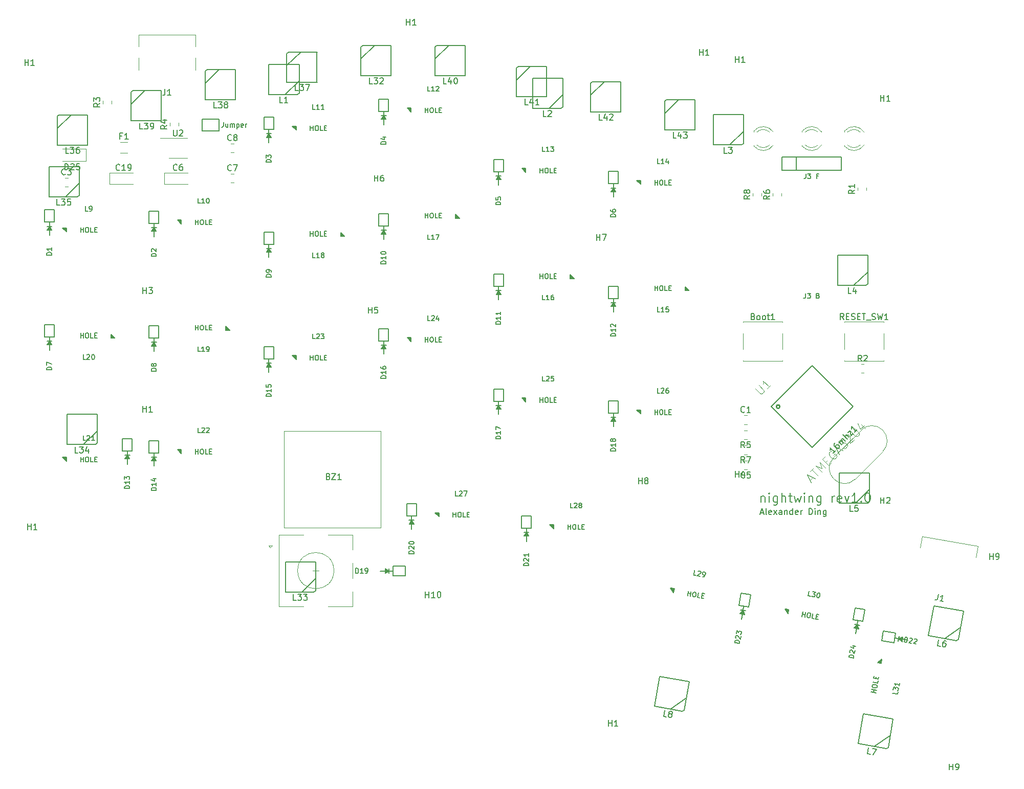
<source format=gbr>
%TF.GenerationSoftware,KiCad,Pcbnew,5.1.9*%
%TF.CreationDate,2021-05-10T09:53:42-05:00*%
%TF.ProjectId,nightwing,6e696768-7477-4696-9e67-2e6b69636164,rev?*%
%TF.SameCoordinates,Original*%
%TF.FileFunction,Legend,Top*%
%TF.FilePolarity,Positive*%
%FSLAX46Y46*%
G04 Gerber Fmt 4.6, Leading zero omitted, Abs format (unit mm)*
G04 Created by KiCad (PCBNEW 5.1.9) date 2021-05-10 09:53:42*
%MOMM*%
%LPD*%
G01*
G04 APERTURE LIST*
%ADD10C,0.150000*%
%ADD11C,0.120000*%
%ADD12C,0.200000*%
%ADD13C,0.160000*%
%ADD14C,0.254000*%
%ADD15C,0.203200*%
%ADD16C,0.152400*%
%ADD17C,0.050000*%
G04 APERTURE END LIST*
D10*
X135453202Y-82646436D02*
X135453202Y-83646436D01*
X135453202Y-82789293D02*
X135524631Y-82717865D01*
X135667488Y-82646436D01*
X135881774Y-82646436D01*
X136024631Y-82717865D01*
X136096060Y-82860722D01*
X136096060Y-83646436D01*
X136810345Y-83646436D02*
X136810345Y-82646436D01*
X136810345Y-82146436D02*
X136738917Y-82217865D01*
X136810345Y-82289293D01*
X136881774Y-82217865D01*
X136810345Y-82146436D01*
X136810345Y-82289293D01*
X138167488Y-82646436D02*
X138167488Y-83860722D01*
X138096060Y-84003579D01*
X138024631Y-84075007D01*
X137881774Y-84146436D01*
X137667488Y-84146436D01*
X137524631Y-84075007D01*
X138167488Y-83575007D02*
X138024631Y-83646436D01*
X137738917Y-83646436D01*
X137596060Y-83575007D01*
X137524631Y-83503579D01*
X137453202Y-83360722D01*
X137453202Y-82932150D01*
X137524631Y-82789293D01*
X137596060Y-82717865D01*
X137738917Y-82646436D01*
X138024631Y-82646436D01*
X138167488Y-82717865D01*
X138881774Y-83646436D02*
X138881774Y-82146436D01*
X139524631Y-83646436D02*
X139524631Y-82860722D01*
X139453202Y-82717865D01*
X139310345Y-82646436D01*
X139096060Y-82646436D01*
X138953202Y-82717865D01*
X138881774Y-82789293D01*
X140024631Y-82646436D02*
X140596060Y-82646436D01*
X140238917Y-82146436D02*
X140238917Y-83432150D01*
X140310345Y-83575007D01*
X140453202Y-83646436D01*
X140596060Y-83646436D01*
X140953202Y-82646436D02*
X141238917Y-83646436D01*
X141524631Y-82932150D01*
X141810345Y-83646436D01*
X142096060Y-82646436D01*
X142667488Y-83646436D02*
X142667488Y-82646436D01*
X142667488Y-82146436D02*
X142596060Y-82217865D01*
X142667488Y-82289293D01*
X142738917Y-82217865D01*
X142667488Y-82146436D01*
X142667488Y-82289293D01*
X143381774Y-82646436D02*
X143381774Y-83646436D01*
X143381774Y-82789293D02*
X143453202Y-82717865D01*
X143596060Y-82646436D01*
X143810345Y-82646436D01*
X143953202Y-82717865D01*
X144024631Y-82860722D01*
X144024631Y-83646436D01*
X145381774Y-82646436D02*
X145381774Y-83860722D01*
X145310345Y-84003579D01*
X145238917Y-84075007D01*
X145096060Y-84146436D01*
X144881774Y-84146436D01*
X144738917Y-84075007D01*
X145381774Y-83575007D02*
X145238917Y-83646436D01*
X144953202Y-83646436D01*
X144810345Y-83575007D01*
X144738917Y-83503579D01*
X144667488Y-83360722D01*
X144667488Y-82932150D01*
X144738917Y-82789293D01*
X144810345Y-82717865D01*
X144953202Y-82646436D01*
X145238917Y-82646436D01*
X145381774Y-82717865D01*
X147238917Y-83646436D02*
X147238917Y-82646436D01*
X147238917Y-82932150D02*
X147310345Y-82789293D01*
X147381774Y-82717865D01*
X147524631Y-82646436D01*
X147667488Y-82646436D01*
X148738917Y-83575007D02*
X148596060Y-83646436D01*
X148310345Y-83646436D01*
X148167488Y-83575007D01*
X148096060Y-83432150D01*
X148096060Y-82860722D01*
X148167488Y-82717865D01*
X148310345Y-82646436D01*
X148596060Y-82646436D01*
X148738917Y-82717865D01*
X148810345Y-82860722D01*
X148810345Y-83003579D01*
X148096060Y-83146436D01*
X149310345Y-82646436D02*
X149667488Y-83646436D01*
X150024631Y-82646436D01*
X151381774Y-83646436D02*
X150524631Y-83646436D01*
X150953202Y-83646436D02*
X150953202Y-82146436D01*
X150810345Y-82360722D01*
X150667488Y-82503579D01*
X150524631Y-82575007D01*
X152024631Y-83503579D02*
X152096060Y-83575007D01*
X152024631Y-83646436D01*
X151953202Y-83575007D01*
X152024631Y-83503579D01*
X152024631Y-83646436D01*
X153024631Y-82146436D02*
X153167488Y-82146436D01*
X153310345Y-82217865D01*
X153381774Y-82289293D01*
X153453202Y-82432150D01*
X153524631Y-82717865D01*
X153524631Y-83075007D01*
X153453202Y-83360722D01*
X153381774Y-83503579D01*
X153310345Y-83575007D01*
X153167488Y-83646436D01*
X153024631Y-83646436D01*
X152881774Y-83575007D01*
X152810345Y-83503579D01*
X152738917Y-83360722D01*
X152667488Y-83075007D01*
X152667488Y-82717865D01*
X152738917Y-82432150D01*
X152810345Y-82289293D01*
X152881774Y-82217865D01*
X153024631Y-82146436D01*
X135358617Y-85384507D02*
X135834807Y-85384507D01*
X135263378Y-85670221D02*
X135596712Y-84670221D01*
X135930045Y-85670221D01*
X136406236Y-85670221D02*
X136310998Y-85622602D01*
X136263378Y-85527364D01*
X136263378Y-84670221D01*
X137168140Y-85622602D02*
X137072902Y-85670221D01*
X136882426Y-85670221D01*
X136787188Y-85622602D01*
X136739569Y-85527364D01*
X136739569Y-85146412D01*
X136787188Y-85051174D01*
X136882426Y-85003555D01*
X137072902Y-85003555D01*
X137168140Y-85051174D01*
X137215759Y-85146412D01*
X137215759Y-85241650D01*
X136739569Y-85336888D01*
X137549093Y-85670221D02*
X138072902Y-85003555D01*
X137549093Y-85003555D02*
X138072902Y-85670221D01*
X138882426Y-85670221D02*
X138882426Y-85146412D01*
X138834807Y-85051174D01*
X138739569Y-85003555D01*
X138549093Y-85003555D01*
X138453855Y-85051174D01*
X138882426Y-85622602D02*
X138787188Y-85670221D01*
X138549093Y-85670221D01*
X138453855Y-85622602D01*
X138406236Y-85527364D01*
X138406236Y-85432126D01*
X138453855Y-85336888D01*
X138549093Y-85289269D01*
X138787188Y-85289269D01*
X138882426Y-85241650D01*
X139358617Y-85003555D02*
X139358617Y-85670221D01*
X139358617Y-85098793D02*
X139406236Y-85051174D01*
X139501474Y-85003555D01*
X139644331Y-85003555D01*
X139739569Y-85051174D01*
X139787188Y-85146412D01*
X139787188Y-85670221D01*
X140691950Y-85670221D02*
X140691950Y-84670221D01*
X140691950Y-85622602D02*
X140596712Y-85670221D01*
X140406236Y-85670221D01*
X140310998Y-85622602D01*
X140263378Y-85574983D01*
X140215759Y-85479745D01*
X140215759Y-85194031D01*
X140263378Y-85098793D01*
X140310998Y-85051174D01*
X140406236Y-85003555D01*
X140596712Y-85003555D01*
X140691950Y-85051174D01*
X141549093Y-85622602D02*
X141453855Y-85670221D01*
X141263378Y-85670221D01*
X141168140Y-85622602D01*
X141120521Y-85527364D01*
X141120521Y-85146412D01*
X141168140Y-85051174D01*
X141263378Y-85003555D01*
X141453855Y-85003555D01*
X141549093Y-85051174D01*
X141596712Y-85146412D01*
X141596712Y-85241650D01*
X141120521Y-85336888D01*
X142025283Y-85670221D02*
X142025283Y-85003555D01*
X142025283Y-85194031D02*
X142072902Y-85098793D01*
X142120521Y-85051174D01*
X142215759Y-85003555D01*
X142310998Y-85003555D01*
X143406236Y-85670221D02*
X143406236Y-84670221D01*
X143644331Y-84670221D01*
X143787188Y-84717841D01*
X143882426Y-84813079D01*
X143930045Y-84908317D01*
X143977664Y-85098793D01*
X143977664Y-85241650D01*
X143930045Y-85432126D01*
X143882426Y-85527364D01*
X143787188Y-85622602D01*
X143644331Y-85670221D01*
X143406236Y-85670221D01*
X144406236Y-85670221D02*
X144406236Y-85003555D01*
X144406236Y-84670221D02*
X144358617Y-84717841D01*
X144406236Y-84765460D01*
X144453855Y-84717841D01*
X144406236Y-84670221D01*
X144406236Y-84765460D01*
X144882426Y-85003555D02*
X144882426Y-85670221D01*
X144882426Y-85098793D02*
X144930045Y-85051174D01*
X145025283Y-85003555D01*
X145168140Y-85003555D01*
X145263378Y-85051174D01*
X145310998Y-85146412D01*
X145310998Y-85670221D01*
X146215759Y-85003555D02*
X146215759Y-85813079D01*
X146168140Y-85908317D01*
X146120521Y-85955936D01*
X146025283Y-86003555D01*
X145882426Y-86003555D01*
X145787188Y-85955936D01*
X146215759Y-85622602D02*
X146120521Y-85670221D01*
X145930045Y-85670221D01*
X145834807Y-85622602D01*
X145787188Y-85574983D01*
X145739569Y-85479745D01*
X145739569Y-85194031D01*
X145787188Y-85098793D01*
X145834807Y-85051174D01*
X145930045Y-85003555D01*
X146120521Y-85003555D01*
X146215759Y-85051174D01*
D11*
%TO.C,J2*%
X161748179Y-91150736D02*
X162078110Y-89279601D01*
X171335303Y-90911894D02*
X162078110Y-89279601D01*
X171005372Y-92783029D02*
X171335303Y-90911894D01*
%TO.C,J1*%
X41870000Y-6260000D02*
X32470000Y-6260000D01*
X32470000Y-12060000D02*
X32470000Y-10060000D01*
X32470000Y-8160000D02*
X32470000Y-6260000D01*
X41870000Y-12060000D02*
X41870000Y-10060000D01*
X41870000Y-8160000D02*
X41870000Y-6260000D01*
D10*
%TO.C,L39*%
X33550000Y-15500000D02*
X31250000Y-17750000D01*
D12*
X31550000Y-15500000D02*
X36250000Y-15500000D01*
X31250000Y-15750000D02*
X31250000Y-20500000D01*
X31550000Y-15500000D02*
X31250000Y-15750000D01*
X36250000Y-20500000D02*
X31250000Y-20500000D01*
X36249360Y-15500640D02*
X36249360Y-20499360D01*
D13*
%TO.C,J3*%
X138900000Y-26500000D02*
X148720000Y-26500000D01*
X148720000Y-26500000D02*
X148720000Y-28700000D01*
X148720000Y-28700000D02*
X138900000Y-28700000D01*
X138900000Y-28700000D02*
X138900000Y-26500000D01*
X141270000Y-26500000D02*
X141270000Y-28700000D01*
D14*
%TO.C,U1*%
X138555846Y-67810000D02*
G75*
G03*
X138555846Y-67810000I-282700J0D01*
G01*
D15*
X143930000Y-74598225D02*
X137141775Y-67810000D01*
X150718225Y-67810000D02*
X143930000Y-74598225D01*
X143930000Y-61021775D02*
X150718225Y-67810000D01*
X137141775Y-67810000D02*
X143930000Y-61021775D01*
D11*
%TO.C,BZ1*%
X56499312Y-87874148D02*
X56499312Y-71874148D01*
X56499312Y-71874148D02*
X72499312Y-71874148D01*
X72499312Y-71874148D02*
X72499312Y-87874148D01*
X72499312Y-87874148D02*
X56499312Y-87874148D01*
%TO.C,RESET_SW1*%
X155730000Y-53770000D02*
X155730000Y-53800000D01*
X155730000Y-60230000D02*
X155730000Y-60200000D01*
X149270000Y-60230000D02*
X149270000Y-60200000D01*
X149270000Y-53800000D02*
X149270000Y-53770000D01*
X155730000Y-55700000D02*
X155730000Y-58300000D01*
X149270000Y-53770000D02*
X155730000Y-53770000D01*
X149270000Y-55700000D02*
X149270000Y-58300000D01*
X149270000Y-60230000D02*
X155730000Y-60230000D01*
%TO.C,Boot1*%
X138970000Y-53780000D02*
X138970000Y-53810000D01*
X138970000Y-60240000D02*
X138970000Y-60210000D01*
X132510000Y-60240000D02*
X132510000Y-60210000D01*
X132510000Y-53810000D02*
X132510000Y-53780000D01*
X138970000Y-55710000D02*
X138970000Y-58310000D01*
X132510000Y-53780000D02*
X138970000Y-53780000D01*
X132510000Y-55710000D02*
X132510000Y-58310000D01*
X132510000Y-60240000D02*
X138970000Y-60240000D01*
D10*
%TO.C,L43*%
X121800000Y-17000000D02*
X119500000Y-19250000D01*
D12*
X119800000Y-17000000D02*
X124500000Y-17000000D01*
X119500000Y-17250000D02*
X119500000Y-22000000D01*
X119800000Y-17000000D02*
X119500000Y-17250000D01*
X124500000Y-22000000D02*
X119500000Y-22000000D01*
X124499360Y-17000640D02*
X124499360Y-21999360D01*
D10*
%TO.C,L42*%
X109550000Y-14000000D02*
X107250000Y-16250000D01*
D12*
X107550000Y-14000000D02*
X112250000Y-14000000D01*
X107250000Y-14250000D02*
X107250000Y-19000000D01*
X107550000Y-14000000D02*
X107250000Y-14250000D01*
X112250000Y-19000000D02*
X107250000Y-19000000D01*
X112249360Y-14000640D02*
X112249360Y-18999360D01*
D10*
%TO.C,L41*%
X97300000Y-11500000D02*
X95000000Y-13750000D01*
D12*
X95300000Y-11500000D02*
X100000000Y-11500000D01*
X95000000Y-11750000D02*
X95000000Y-16500000D01*
X95300000Y-11500000D02*
X95000000Y-11750000D01*
X100000000Y-16500000D02*
X95000000Y-16500000D01*
X99999360Y-11500640D02*
X99999360Y-16499360D01*
D10*
%TO.C,L40*%
X83800000Y-8000000D02*
X81500000Y-10250000D01*
D12*
X81800000Y-8000000D02*
X86500000Y-8000000D01*
X81500000Y-8250000D02*
X81500000Y-13000000D01*
X81800000Y-8000000D02*
X81500000Y-8250000D01*
X86500000Y-13000000D02*
X81500000Y-13000000D01*
X86499360Y-8000640D02*
X86499360Y-12999360D01*
D10*
%TO.C,L38*%
X45800000Y-12000000D02*
X43500000Y-14250000D01*
D12*
X43800000Y-12000000D02*
X48500000Y-12000000D01*
X43500000Y-12250000D02*
X43500000Y-17000000D01*
X43800000Y-12000000D02*
X43500000Y-12250000D01*
X48500000Y-17000000D02*
X43500000Y-17000000D01*
X48499360Y-12000640D02*
X48499360Y-16999360D01*
D10*
%TO.C,L37*%
X59300000Y-9090000D02*
X57000000Y-11340000D01*
D12*
X57300000Y-9090000D02*
X62000000Y-9090000D01*
X57000000Y-9340000D02*
X57000000Y-14090000D01*
X57300000Y-9090000D02*
X57000000Y-9340000D01*
X62000000Y-14090000D02*
X57000000Y-14090000D01*
X61999360Y-9090640D02*
X61999360Y-14089360D01*
D10*
%TO.C,L36*%
X21300000Y-19500000D02*
X19000000Y-21750000D01*
D12*
X19300000Y-19500000D02*
X24000000Y-19500000D01*
X19000000Y-19750000D02*
X19000000Y-24500000D01*
X19300000Y-19500000D02*
X19000000Y-19750000D01*
X24000000Y-24500000D02*
X19000000Y-24500000D01*
X23999360Y-19500640D02*
X23999360Y-24499360D01*
%TO.C,L35*%
X22360000Y-33090000D02*
X17660000Y-33090000D01*
X17660000Y-28090000D02*
X22660000Y-28090000D01*
D10*
X20360000Y-33090000D02*
X22660000Y-30840000D01*
D12*
X22360000Y-33090000D02*
X22660000Y-32840000D01*
X17660640Y-33089360D02*
X17660640Y-28090640D01*
X22660000Y-32840000D02*
X22660000Y-28090000D01*
%TO.C,L34*%
X25370000Y-74100000D02*
X20670000Y-74100000D01*
X20670000Y-69100000D02*
X25670000Y-69100000D01*
D10*
X23370000Y-74100000D02*
X25670000Y-71850000D01*
D12*
X25370000Y-74100000D02*
X25670000Y-73850000D01*
X20670640Y-74099360D02*
X20670640Y-69100640D01*
X25670000Y-73850000D02*
X25670000Y-69100000D01*
%TO.C,L33*%
X61470000Y-98510000D02*
X56770000Y-98510000D01*
X56770000Y-93510000D02*
X61770000Y-93510000D01*
D10*
X59470000Y-98510000D02*
X61770000Y-96260000D01*
D12*
X61470000Y-98510000D02*
X61770000Y-98260000D01*
X56770640Y-98509360D02*
X56770640Y-93510640D01*
X61770000Y-98260000D02*
X61770000Y-93510000D01*
D10*
%TO.C,L32*%
X71550000Y-8000000D02*
X69250000Y-10250000D01*
D12*
X69550000Y-8000000D02*
X74250000Y-8000000D01*
X69250000Y-8250000D02*
X69250000Y-13000000D01*
X69550000Y-8000000D02*
X69250000Y-8250000D01*
X74250000Y-13000000D02*
X69250000Y-13000000D01*
X74249360Y-8000640D02*
X74249360Y-12999360D01*
%TO.C,L8*%
X122442457Y-118244045D02*
X117813860Y-117427899D01*
X118682101Y-112503860D02*
X123606140Y-113372101D01*
D10*
X120472841Y-117896749D02*
X123128607Y-116080322D01*
D12*
X122442457Y-118244045D02*
X122781311Y-118049938D01*
X117814602Y-117427380D02*
X118682620Y-112504602D01*
X122781311Y-118049938D02*
X123606140Y-113372101D01*
%TO.C,L7*%
X156162457Y-124444045D02*
X151533860Y-123627899D01*
X152402101Y-118703860D02*
X157326140Y-119572101D01*
D10*
X154192841Y-124096749D02*
X156848607Y-122280322D01*
D12*
X156162457Y-124444045D02*
X156501311Y-124249938D01*
X151534602Y-123627380D02*
X152402620Y-118704602D01*
X156501311Y-124249938D02*
X157326140Y-119572101D01*
%TO.C,L6*%
X167792457Y-106554045D02*
X163163860Y-105737899D01*
X164032101Y-100813860D02*
X168956140Y-101682101D01*
D10*
X165822841Y-106206749D02*
X168478607Y-104390322D01*
D12*
X167792457Y-106554045D02*
X168131311Y-106359938D01*
X163164602Y-105737380D02*
X164032620Y-100814602D01*
X168131311Y-106359938D02*
X168956140Y-101682101D01*
%TO.C,L5*%
X153120000Y-83790000D02*
X148420000Y-83790000D01*
X148420000Y-78790000D02*
X153420000Y-78790000D01*
D10*
X151120000Y-83790000D02*
X153420000Y-81540000D01*
D12*
X153120000Y-83790000D02*
X153420000Y-83540000D01*
X148420640Y-83789360D02*
X148420640Y-78790640D01*
X153420000Y-83540000D02*
X153420000Y-78790000D01*
%TO.C,L4*%
X152810000Y-47750000D02*
X148110000Y-47750000D01*
X148110000Y-42750000D02*
X153110000Y-42750000D01*
D10*
X150810000Y-47750000D02*
X153110000Y-45500000D01*
D12*
X152810000Y-47750000D02*
X153110000Y-47500000D01*
X148110640Y-47749360D02*
X148110640Y-42750640D01*
X153110000Y-47500000D02*
X153110000Y-42750000D01*
%TO.C,L3*%
X132270000Y-24490000D02*
X127570000Y-24490000D01*
X127570000Y-19490000D02*
X132570000Y-19490000D01*
D10*
X130270000Y-24490000D02*
X132570000Y-22240000D01*
D12*
X132270000Y-24490000D02*
X132570000Y-24240000D01*
X127570640Y-24489360D02*
X127570640Y-19490640D01*
X132570000Y-24240000D02*
X132570000Y-19490000D01*
%TO.C,L2*%
X102360000Y-18430000D02*
X97660000Y-18430000D01*
X97660000Y-13430000D02*
X102660000Y-13430000D01*
D10*
X100360000Y-18430000D02*
X102660000Y-16180000D01*
D12*
X102360000Y-18430000D02*
X102660000Y-18180000D01*
X97660640Y-18429360D02*
X97660640Y-13430640D01*
X102660000Y-18180000D02*
X102660000Y-13430000D01*
%TO.C,L1*%
X58740000Y-16140000D02*
X54040000Y-16140000D01*
X54040000Y-11140000D02*
X59040000Y-11140000D01*
D10*
X56740000Y-16140000D02*
X59040000Y-13890000D01*
D12*
X58740000Y-16140000D02*
X59040000Y-15890000D01*
X54040640Y-16139360D02*
X54040640Y-11140640D01*
X59040000Y-15890000D02*
X59040000Y-11140000D01*
D13*
%TO.C,L31*%
G36*
X154728982Y-110176526D02*
G01*
X155354334Y-110286793D01*
X155464601Y-109661440D01*
X154728982Y-110176526D01*
G37*
X154728982Y-110176526D02*
X155354334Y-110286793D01*
X155464601Y-109661440D01*
X154728982Y-110176526D01*
%TO.C,L30*%
G36*
X139946526Y-102061018D02*
G01*
X140056793Y-101435666D01*
X139431440Y-101325399D01*
X139946526Y-102061018D01*
G37*
X139946526Y-102061018D02*
X140056793Y-101435666D01*
X139431440Y-101325399D01*
X139946526Y-102061018D01*
%TO.C,L29*%
G36*
X121005030Y-98606821D02*
G01*
X121115297Y-97981469D01*
X120489944Y-97871202D01*
X121005030Y-98606821D01*
G37*
X121005030Y-98606821D02*
X121115297Y-97981469D01*
X120489944Y-97871202D01*
X121005030Y-98606821D01*
%TO.C,L28*%
G36*
X101154500Y-88016000D02*
G01*
X101154500Y-87381000D01*
X100519500Y-87381000D01*
X101154500Y-88016000D01*
G37*
X101154500Y-88016000D02*
X101154500Y-87381000D01*
X100519500Y-87381000D01*
X101154500Y-88016000D01*
%TO.C,L27*%
G36*
X82154500Y-86016000D02*
G01*
X82154500Y-85381000D01*
X81519500Y-85381000D01*
X82154500Y-86016000D01*
G37*
X82154500Y-86016000D02*
X82154500Y-85381000D01*
X81519500Y-85381000D01*
X82154500Y-86016000D01*
%TO.C,L26*%
G36*
X115542000Y-69007000D02*
G01*
X115542000Y-68372000D01*
X114907000Y-68372000D01*
X115542000Y-69007000D01*
G37*
X115542000Y-69007000D02*
X115542000Y-68372000D01*
X114907000Y-68372000D01*
X115542000Y-69007000D01*
%TO.C,L25*%
G36*
X96542000Y-67007000D02*
G01*
X96542000Y-66372000D01*
X95907000Y-66372000D01*
X96542000Y-67007000D01*
G37*
X96542000Y-67007000D02*
X96542000Y-66372000D01*
X95907000Y-66372000D01*
X96542000Y-67007000D01*
%TO.C,L24*%
G36*
X77542000Y-57007000D02*
G01*
X77542000Y-56372000D01*
X76907000Y-56372000D01*
X77542000Y-57007000D01*
G37*
X77542000Y-57007000D02*
X77542000Y-56372000D01*
X76907000Y-56372000D01*
X77542000Y-57007000D01*
%TO.C,L23*%
G36*
X58542000Y-60007000D02*
G01*
X58542000Y-59372000D01*
X57907000Y-59372000D01*
X58542000Y-60007000D01*
G37*
X58542000Y-60007000D02*
X58542000Y-59372000D01*
X57907000Y-59372000D01*
X58542000Y-60007000D01*
%TO.C,L22*%
G36*
X39542000Y-75557000D02*
G01*
X39542000Y-74922000D01*
X38907000Y-74922000D01*
X39542000Y-75557000D01*
G37*
X39542000Y-75557000D02*
X39542000Y-74922000D01*
X38907000Y-74922000D01*
X39542000Y-75557000D01*
%TO.C,L21*%
G36*
X20542000Y-76857000D02*
G01*
X20542000Y-76222000D01*
X19907000Y-76222000D01*
X20542000Y-76857000D01*
G37*
X20542000Y-76857000D02*
X20542000Y-76222000D01*
X19907000Y-76222000D01*
X20542000Y-76857000D01*
%TO.C,L20*%
G36*
X27908000Y-55825000D02*
G01*
X27908000Y-56460000D01*
X28543000Y-56460000D01*
X27908000Y-55825000D01*
G37*
X27908000Y-55825000D02*
X27908000Y-56460000D01*
X28543000Y-56460000D01*
X27908000Y-55825000D01*
%TO.C,L19*%
G36*
X46908000Y-54525000D02*
G01*
X46908000Y-55160000D01*
X47543000Y-55160000D01*
X46908000Y-54525000D01*
G37*
X46908000Y-54525000D02*
X46908000Y-55160000D01*
X47543000Y-55160000D01*
X46908000Y-54525000D01*
%TO.C,L18*%
G36*
X65908000Y-38975000D02*
G01*
X65908000Y-39610000D01*
X66543000Y-39610000D01*
X65908000Y-38975000D01*
G37*
X65908000Y-38975000D02*
X65908000Y-39610000D01*
X66543000Y-39610000D01*
X65908000Y-38975000D01*
%TO.C,L17*%
G36*
X84908000Y-35975000D02*
G01*
X84908000Y-36610000D01*
X85543000Y-36610000D01*
X84908000Y-35975000D01*
G37*
X84908000Y-35975000D02*
X84908000Y-36610000D01*
X85543000Y-36610000D01*
X84908000Y-35975000D01*
%TO.C,L16*%
G36*
X103908000Y-45975000D02*
G01*
X103908000Y-46610000D01*
X104543000Y-46610000D01*
X103908000Y-45975000D01*
G37*
X103908000Y-45975000D02*
X103908000Y-46610000D01*
X104543000Y-46610000D01*
X103908000Y-45975000D01*
%TO.C,L15*%
G36*
X122908000Y-47975000D02*
G01*
X122908000Y-48610000D01*
X123543000Y-48610000D01*
X122908000Y-47975000D01*
G37*
X122908000Y-47975000D02*
X122908000Y-48610000D01*
X123543000Y-48610000D01*
X122908000Y-47975000D01*
%TO.C,L14*%
G36*
X115542000Y-31007000D02*
G01*
X115542000Y-30372000D01*
X114907000Y-30372000D01*
X115542000Y-31007000D01*
G37*
X115542000Y-31007000D02*
X115542000Y-30372000D01*
X114907000Y-30372000D01*
X115542000Y-31007000D01*
%TO.C,L13*%
G36*
X96542000Y-29007000D02*
G01*
X96542000Y-28372000D01*
X95907000Y-28372000D01*
X96542000Y-29007000D01*
G37*
X96542000Y-29007000D02*
X96542000Y-28372000D01*
X95907000Y-28372000D01*
X96542000Y-29007000D01*
%TO.C,L12*%
G36*
X77542000Y-19007000D02*
G01*
X77542000Y-18372000D01*
X76907000Y-18372000D01*
X77542000Y-19007000D01*
G37*
X77542000Y-19007000D02*
X77542000Y-18372000D01*
X76907000Y-18372000D01*
X77542000Y-19007000D01*
%TO.C,L11*%
G36*
X58542000Y-22007000D02*
G01*
X58542000Y-21372000D01*
X57907000Y-21372000D01*
X58542000Y-22007000D01*
G37*
X58542000Y-22007000D02*
X58542000Y-21372000D01*
X57907000Y-21372000D01*
X58542000Y-22007000D01*
%TO.C,L10*%
G36*
X39542000Y-37557000D02*
G01*
X39542000Y-36922000D01*
X38907000Y-36922000D01*
X39542000Y-37557000D01*
G37*
X39542000Y-37557000D02*
X39542000Y-36922000D01*
X38907000Y-36922000D01*
X39542000Y-37557000D01*
%TO.C,L9*%
G36*
X20542000Y-38857000D02*
G01*
X20542000Y-38222000D01*
X19907000Y-38222000D01*
X20542000Y-38857000D01*
G37*
X20542000Y-38857000D02*
X20542000Y-38222000D01*
X19907000Y-38222000D01*
X20542000Y-38857000D01*
%TO.C,JP1*%
X43020000Y-22190000D02*
X43020000Y-20190000D01*
X45820000Y-22190000D02*
X43020000Y-22190000D01*
X45820000Y-20190000D02*
X45820000Y-22190000D01*
X43020000Y-20190000D02*
X45820000Y-20190000D01*
%TO.C,D24*%
X151054311Y-101118018D02*
X152630004Y-101395856D01*
X150701250Y-103120330D02*
X151054311Y-101118018D01*
X152276942Y-103398167D02*
X150701250Y-103120330D01*
X152630004Y-101395856D02*
X152276942Y-103398167D01*
G36*
X150884530Y-104493822D02*
G01*
X151370008Y-103934629D01*
X151634953Y-104626142D01*
X150884530Y-104493822D01*
G37*
X150884530Y-104493822D02*
X151370008Y-103934629D01*
X151634953Y-104626142D01*
X150884530Y-104493822D01*
X151484685Y-103284262D02*
X151370008Y-103934629D01*
X151370008Y-103934629D02*
X151634953Y-104626142D01*
X151634953Y-104626142D02*
X150884530Y-104493822D01*
X150884530Y-104493822D02*
X151370008Y-103934629D01*
X151770234Y-104005200D02*
X150969782Y-103864059D01*
X151259741Y-104559982D02*
X151109779Y-105410462D01*
%TO.C,D23*%
X132174311Y-98708018D02*
X133750004Y-98985856D01*
X131821250Y-100710330D02*
X132174311Y-98708018D01*
X133396942Y-100988167D02*
X131821250Y-100710330D01*
X133750004Y-98985856D02*
X133396942Y-100988167D01*
G36*
X132004530Y-102083822D02*
G01*
X132490008Y-101524629D01*
X132754953Y-102216142D01*
X132004530Y-102083822D01*
G37*
X132004530Y-102083822D02*
X132490008Y-101524629D01*
X132754953Y-102216142D01*
X132004530Y-102083822D01*
X132604685Y-100874262D02*
X132490008Y-101524629D01*
X132490008Y-101524629D02*
X132754953Y-102216142D01*
X132754953Y-102216142D02*
X132004530Y-102083822D01*
X132004530Y-102083822D02*
X132490008Y-101524629D01*
X132890234Y-101595200D02*
X132089782Y-101454059D01*
X132379741Y-102149982D02*
X132229779Y-103000462D01*
%TO.C,D22*%
X155428018Y-106555689D02*
X155705856Y-104979996D01*
X157430330Y-106908750D02*
X155428018Y-106555689D01*
X157708167Y-105333058D02*
X157430330Y-106908750D01*
X155705856Y-104979996D02*
X157708167Y-105333058D01*
G36*
X158803822Y-106725470D02*
G01*
X158244629Y-106239992D01*
X158936142Y-105975047D01*
X158803822Y-106725470D01*
G37*
X158803822Y-106725470D02*
X158244629Y-106239992D01*
X158936142Y-105975047D01*
X158803822Y-106725470D01*
X157594262Y-106125315D02*
X158244629Y-106239992D01*
X158244629Y-106239992D02*
X158936142Y-105975047D01*
X158936142Y-105975047D02*
X158803822Y-106725470D01*
X158803822Y-106725470D02*
X158244629Y-106239992D01*
X158315200Y-105839766D02*
X158174059Y-106640218D01*
X158869982Y-106350259D02*
X159720462Y-106500221D01*
%TO.C,D21*%
X95837500Y-85900000D02*
X97437500Y-85900000D01*
X95837500Y-87933200D02*
X95837500Y-85900000D01*
X97437500Y-87933200D02*
X95837500Y-87933200D01*
X97437500Y-85900000D02*
X97437500Y-87933200D01*
G36*
X96256500Y-89254000D02*
G01*
X96637500Y-88619000D01*
X97018500Y-89254000D01*
X96256500Y-89254000D01*
G37*
X96256500Y-89254000D02*
X96637500Y-88619000D01*
X97018500Y-89254000D01*
X96256500Y-89254000D01*
X96637500Y-87958600D02*
X96637500Y-88619000D01*
X96637500Y-88619000D02*
X97018500Y-89254000D01*
X97018500Y-89254000D02*
X96256500Y-89254000D01*
X96256500Y-89254000D02*
X96637500Y-88619000D01*
X97043900Y-88619000D02*
X96231100Y-88619000D01*
X96637500Y-89254000D02*
X96637500Y-90117600D01*
%TO.C,D20*%
X76837500Y-83900000D02*
X78437500Y-83900000D01*
X76837500Y-85933200D02*
X76837500Y-83900000D01*
X78437500Y-85933200D02*
X76837500Y-85933200D01*
X78437500Y-83900000D02*
X78437500Y-85933200D01*
G36*
X77256500Y-87254000D02*
G01*
X77637500Y-86619000D01*
X78018500Y-87254000D01*
X77256500Y-87254000D01*
G37*
X77256500Y-87254000D02*
X77637500Y-86619000D01*
X78018500Y-87254000D01*
X77256500Y-87254000D01*
X77637500Y-85958600D02*
X77637500Y-86619000D01*
X77637500Y-86619000D02*
X78018500Y-87254000D01*
X78018500Y-87254000D02*
X77256500Y-87254000D01*
X77256500Y-87254000D02*
X77637500Y-86619000D01*
X78043900Y-86619000D02*
X77231100Y-86619000D01*
X77637500Y-87254000D02*
X77637500Y-88117600D01*
%TO.C,D19*%
X76640000Y-94230000D02*
X76640000Y-95830000D01*
X74606800Y-94230000D02*
X76640000Y-94230000D01*
X74606800Y-95830000D02*
X74606800Y-94230000D01*
X76640000Y-95830000D02*
X74606800Y-95830000D01*
G36*
X73286000Y-94649000D02*
G01*
X73921000Y-95030000D01*
X73286000Y-95411000D01*
X73286000Y-94649000D01*
G37*
X73286000Y-94649000D02*
X73921000Y-95030000D01*
X73286000Y-95411000D01*
X73286000Y-94649000D01*
X74581400Y-95030000D02*
X73921000Y-95030000D01*
X73921000Y-95030000D02*
X73286000Y-95411000D01*
X73286000Y-95411000D02*
X73286000Y-94649000D01*
X73286000Y-94649000D02*
X73921000Y-95030000D01*
X73921000Y-95436400D02*
X73921000Y-94623600D01*
X73286000Y-95030000D02*
X72422400Y-95030000D01*
%TO.C,D18*%
X110225000Y-66891000D02*
X111825000Y-66891000D01*
X110225000Y-68924200D02*
X110225000Y-66891000D01*
X111825000Y-68924200D02*
X110225000Y-68924200D01*
X111825000Y-66891000D02*
X111825000Y-68924200D01*
G36*
X110644000Y-70245000D02*
G01*
X111025000Y-69610000D01*
X111406000Y-70245000D01*
X110644000Y-70245000D01*
G37*
X110644000Y-70245000D02*
X111025000Y-69610000D01*
X111406000Y-70245000D01*
X110644000Y-70245000D01*
X111025000Y-68949600D02*
X111025000Y-69610000D01*
X111025000Y-69610000D02*
X111406000Y-70245000D01*
X111406000Y-70245000D02*
X110644000Y-70245000D01*
X110644000Y-70245000D02*
X111025000Y-69610000D01*
X111431400Y-69610000D02*
X110618600Y-69610000D01*
X111025000Y-70245000D02*
X111025000Y-71108600D01*
%TO.C,D17*%
X91225000Y-64891000D02*
X92825000Y-64891000D01*
X91225000Y-66924200D02*
X91225000Y-64891000D01*
X92825000Y-66924200D02*
X91225000Y-66924200D01*
X92825000Y-64891000D02*
X92825000Y-66924200D01*
G36*
X91644000Y-68245000D02*
G01*
X92025000Y-67610000D01*
X92406000Y-68245000D01*
X91644000Y-68245000D01*
G37*
X91644000Y-68245000D02*
X92025000Y-67610000D01*
X92406000Y-68245000D01*
X91644000Y-68245000D01*
X92025000Y-66949600D02*
X92025000Y-67610000D01*
X92025000Y-67610000D02*
X92406000Y-68245000D01*
X92406000Y-68245000D02*
X91644000Y-68245000D01*
X91644000Y-68245000D02*
X92025000Y-67610000D01*
X92431400Y-67610000D02*
X91618600Y-67610000D01*
X92025000Y-68245000D02*
X92025000Y-69108600D01*
%TO.C,D16*%
X72225000Y-54891000D02*
X73825000Y-54891000D01*
X72225000Y-56924200D02*
X72225000Y-54891000D01*
X73825000Y-56924200D02*
X72225000Y-56924200D01*
X73825000Y-54891000D02*
X73825000Y-56924200D01*
G36*
X72644000Y-58245000D02*
G01*
X73025000Y-57610000D01*
X73406000Y-58245000D01*
X72644000Y-58245000D01*
G37*
X72644000Y-58245000D02*
X73025000Y-57610000D01*
X73406000Y-58245000D01*
X72644000Y-58245000D01*
X73025000Y-56949600D02*
X73025000Y-57610000D01*
X73025000Y-57610000D02*
X73406000Y-58245000D01*
X73406000Y-58245000D02*
X72644000Y-58245000D01*
X72644000Y-58245000D02*
X73025000Y-57610000D01*
X73431400Y-57610000D02*
X72618600Y-57610000D01*
X73025000Y-58245000D02*
X73025000Y-59108600D01*
%TO.C,D15*%
X53225000Y-57891000D02*
X54825000Y-57891000D01*
X53225000Y-59924200D02*
X53225000Y-57891000D01*
X54825000Y-59924200D02*
X53225000Y-59924200D01*
X54825000Y-57891000D02*
X54825000Y-59924200D01*
G36*
X53644000Y-61245000D02*
G01*
X54025000Y-60610000D01*
X54406000Y-61245000D01*
X53644000Y-61245000D01*
G37*
X53644000Y-61245000D02*
X54025000Y-60610000D01*
X54406000Y-61245000D01*
X53644000Y-61245000D01*
X54025000Y-59949600D02*
X54025000Y-60610000D01*
X54025000Y-60610000D02*
X54406000Y-61245000D01*
X54406000Y-61245000D02*
X53644000Y-61245000D01*
X53644000Y-61245000D02*
X54025000Y-60610000D01*
X54431400Y-60610000D02*
X53618600Y-60610000D01*
X54025000Y-61245000D02*
X54025000Y-62108600D01*
%TO.C,D14*%
X34225000Y-73441000D02*
X35825000Y-73441000D01*
X34225000Y-75474200D02*
X34225000Y-73441000D01*
X35825000Y-75474200D02*
X34225000Y-75474200D01*
X35825000Y-73441000D02*
X35825000Y-75474200D01*
G36*
X34644000Y-76795000D02*
G01*
X35025000Y-76160000D01*
X35406000Y-76795000D01*
X34644000Y-76795000D01*
G37*
X34644000Y-76795000D02*
X35025000Y-76160000D01*
X35406000Y-76795000D01*
X34644000Y-76795000D01*
X35025000Y-75499600D02*
X35025000Y-76160000D01*
X35025000Y-76160000D02*
X35406000Y-76795000D01*
X35406000Y-76795000D02*
X34644000Y-76795000D01*
X34644000Y-76795000D02*
X35025000Y-76160000D01*
X35431400Y-76160000D02*
X34618600Y-76160000D01*
X35025000Y-76795000D02*
X35025000Y-77658600D01*
%TO.C,D13*%
X29810000Y-73120000D02*
X31410000Y-73120000D01*
X29810000Y-75153200D02*
X29810000Y-73120000D01*
X31410000Y-75153200D02*
X29810000Y-75153200D01*
X31410000Y-73120000D02*
X31410000Y-75153200D01*
G36*
X30229000Y-76474000D02*
G01*
X30610000Y-75839000D01*
X30991000Y-76474000D01*
X30229000Y-76474000D01*
G37*
X30229000Y-76474000D02*
X30610000Y-75839000D01*
X30991000Y-76474000D01*
X30229000Y-76474000D01*
X30610000Y-75178600D02*
X30610000Y-75839000D01*
X30610000Y-75839000D02*
X30991000Y-76474000D01*
X30991000Y-76474000D02*
X30229000Y-76474000D01*
X30229000Y-76474000D02*
X30610000Y-75839000D01*
X31016400Y-75839000D02*
X30203600Y-75839000D01*
X30610000Y-76474000D02*
X30610000Y-77337600D01*
%TO.C,D12*%
X110225000Y-47891000D02*
X111825000Y-47891000D01*
X110225000Y-49924200D02*
X110225000Y-47891000D01*
X111825000Y-49924200D02*
X110225000Y-49924200D01*
X111825000Y-47891000D02*
X111825000Y-49924200D01*
G36*
X110644000Y-51245000D02*
G01*
X111025000Y-50610000D01*
X111406000Y-51245000D01*
X110644000Y-51245000D01*
G37*
X110644000Y-51245000D02*
X111025000Y-50610000D01*
X111406000Y-51245000D01*
X110644000Y-51245000D01*
X111025000Y-49949600D02*
X111025000Y-50610000D01*
X111025000Y-50610000D02*
X111406000Y-51245000D01*
X111406000Y-51245000D02*
X110644000Y-51245000D01*
X110644000Y-51245000D02*
X111025000Y-50610000D01*
X111431400Y-50610000D02*
X110618600Y-50610000D01*
X111025000Y-51245000D02*
X111025000Y-52108600D01*
%TO.C,D11*%
X91225000Y-45891000D02*
X92825000Y-45891000D01*
X91225000Y-47924200D02*
X91225000Y-45891000D01*
X92825000Y-47924200D02*
X91225000Y-47924200D01*
X92825000Y-45891000D02*
X92825000Y-47924200D01*
G36*
X91644000Y-49245000D02*
G01*
X92025000Y-48610000D01*
X92406000Y-49245000D01*
X91644000Y-49245000D01*
G37*
X91644000Y-49245000D02*
X92025000Y-48610000D01*
X92406000Y-49245000D01*
X91644000Y-49245000D01*
X92025000Y-47949600D02*
X92025000Y-48610000D01*
X92025000Y-48610000D02*
X92406000Y-49245000D01*
X92406000Y-49245000D02*
X91644000Y-49245000D01*
X91644000Y-49245000D02*
X92025000Y-48610000D01*
X92431400Y-48610000D02*
X91618600Y-48610000D01*
X92025000Y-49245000D02*
X92025000Y-50108600D01*
%TO.C,D10*%
X72225000Y-35891000D02*
X73825000Y-35891000D01*
X72225000Y-37924200D02*
X72225000Y-35891000D01*
X73825000Y-37924200D02*
X72225000Y-37924200D01*
X73825000Y-35891000D02*
X73825000Y-37924200D01*
G36*
X72644000Y-39245000D02*
G01*
X73025000Y-38610000D01*
X73406000Y-39245000D01*
X72644000Y-39245000D01*
G37*
X72644000Y-39245000D02*
X73025000Y-38610000D01*
X73406000Y-39245000D01*
X72644000Y-39245000D01*
X73025000Y-37949600D02*
X73025000Y-38610000D01*
X73025000Y-38610000D02*
X73406000Y-39245000D01*
X73406000Y-39245000D02*
X72644000Y-39245000D01*
X72644000Y-39245000D02*
X73025000Y-38610000D01*
X73431400Y-38610000D02*
X72618600Y-38610000D01*
X73025000Y-39245000D02*
X73025000Y-40108600D01*
%TO.C,D9*%
X53225000Y-38891000D02*
X54825000Y-38891000D01*
X53225000Y-40924200D02*
X53225000Y-38891000D01*
X54825000Y-40924200D02*
X53225000Y-40924200D01*
X54825000Y-38891000D02*
X54825000Y-40924200D01*
G36*
X53644000Y-42245000D02*
G01*
X54025000Y-41610000D01*
X54406000Y-42245000D01*
X53644000Y-42245000D01*
G37*
X53644000Y-42245000D02*
X54025000Y-41610000D01*
X54406000Y-42245000D01*
X53644000Y-42245000D01*
X54025000Y-40949600D02*
X54025000Y-41610000D01*
X54025000Y-41610000D02*
X54406000Y-42245000D01*
X54406000Y-42245000D02*
X53644000Y-42245000D01*
X53644000Y-42245000D02*
X54025000Y-41610000D01*
X54431400Y-41610000D02*
X53618600Y-41610000D01*
X54025000Y-42245000D02*
X54025000Y-43108600D01*
%TO.C,D8*%
X34225000Y-54441000D02*
X35825000Y-54441000D01*
X34225000Y-56474200D02*
X34225000Y-54441000D01*
X35825000Y-56474200D02*
X34225000Y-56474200D01*
X35825000Y-54441000D02*
X35825000Y-56474200D01*
G36*
X34644000Y-57795000D02*
G01*
X35025000Y-57160000D01*
X35406000Y-57795000D01*
X34644000Y-57795000D01*
G37*
X34644000Y-57795000D02*
X35025000Y-57160000D01*
X35406000Y-57795000D01*
X34644000Y-57795000D01*
X35025000Y-56499600D02*
X35025000Y-57160000D01*
X35025000Y-57160000D02*
X35406000Y-57795000D01*
X35406000Y-57795000D02*
X34644000Y-57795000D01*
X34644000Y-57795000D02*
X35025000Y-57160000D01*
X35431400Y-57160000D02*
X34618600Y-57160000D01*
X35025000Y-57795000D02*
X35025000Y-58658600D01*
%TO.C,D7*%
X16925000Y-54241000D02*
X18525000Y-54241000D01*
X16925000Y-56274200D02*
X16925000Y-54241000D01*
X18525000Y-56274200D02*
X16925000Y-56274200D01*
X18525000Y-54241000D02*
X18525000Y-56274200D01*
G36*
X17344000Y-57595000D02*
G01*
X17725000Y-56960000D01*
X18106000Y-57595000D01*
X17344000Y-57595000D01*
G37*
X17344000Y-57595000D02*
X17725000Y-56960000D01*
X18106000Y-57595000D01*
X17344000Y-57595000D01*
X17725000Y-56299600D02*
X17725000Y-56960000D01*
X17725000Y-56960000D02*
X18106000Y-57595000D01*
X18106000Y-57595000D02*
X17344000Y-57595000D01*
X17344000Y-57595000D02*
X17725000Y-56960000D01*
X18131400Y-56960000D02*
X17318600Y-56960000D01*
X17725000Y-57595000D02*
X17725000Y-58458600D01*
%TO.C,D6*%
X110225000Y-28891000D02*
X111825000Y-28891000D01*
X110225000Y-30924200D02*
X110225000Y-28891000D01*
X111825000Y-30924200D02*
X110225000Y-30924200D01*
X111825000Y-28891000D02*
X111825000Y-30924200D01*
G36*
X110644000Y-32245000D02*
G01*
X111025000Y-31610000D01*
X111406000Y-32245000D01*
X110644000Y-32245000D01*
G37*
X110644000Y-32245000D02*
X111025000Y-31610000D01*
X111406000Y-32245000D01*
X110644000Y-32245000D01*
X111025000Y-30949600D02*
X111025000Y-31610000D01*
X111025000Y-31610000D02*
X111406000Y-32245000D01*
X111406000Y-32245000D02*
X110644000Y-32245000D01*
X110644000Y-32245000D02*
X111025000Y-31610000D01*
X111431400Y-31610000D02*
X110618600Y-31610000D01*
X111025000Y-32245000D02*
X111025000Y-33108600D01*
%TO.C,D5*%
X91225000Y-26891000D02*
X92825000Y-26891000D01*
X91225000Y-28924200D02*
X91225000Y-26891000D01*
X92825000Y-28924200D02*
X91225000Y-28924200D01*
X92825000Y-26891000D02*
X92825000Y-28924200D01*
G36*
X91644000Y-30245000D02*
G01*
X92025000Y-29610000D01*
X92406000Y-30245000D01*
X91644000Y-30245000D01*
G37*
X91644000Y-30245000D02*
X92025000Y-29610000D01*
X92406000Y-30245000D01*
X91644000Y-30245000D01*
X92025000Y-28949600D02*
X92025000Y-29610000D01*
X92025000Y-29610000D02*
X92406000Y-30245000D01*
X92406000Y-30245000D02*
X91644000Y-30245000D01*
X91644000Y-30245000D02*
X92025000Y-29610000D01*
X92431400Y-29610000D02*
X91618600Y-29610000D01*
X92025000Y-30245000D02*
X92025000Y-31108600D01*
%TO.C,D4*%
X72225000Y-16891000D02*
X73825000Y-16891000D01*
X72225000Y-18924200D02*
X72225000Y-16891000D01*
X73825000Y-18924200D02*
X72225000Y-18924200D01*
X73825000Y-16891000D02*
X73825000Y-18924200D01*
G36*
X72644000Y-20245000D02*
G01*
X73025000Y-19610000D01*
X73406000Y-20245000D01*
X72644000Y-20245000D01*
G37*
X72644000Y-20245000D02*
X73025000Y-19610000D01*
X73406000Y-20245000D01*
X72644000Y-20245000D01*
X73025000Y-18949600D02*
X73025000Y-19610000D01*
X73025000Y-19610000D02*
X73406000Y-20245000D01*
X73406000Y-20245000D02*
X72644000Y-20245000D01*
X72644000Y-20245000D02*
X73025000Y-19610000D01*
X73431400Y-19610000D02*
X72618600Y-19610000D01*
X73025000Y-20245000D02*
X73025000Y-21108600D01*
%TO.C,D3*%
X53225000Y-19891000D02*
X54825000Y-19891000D01*
X53225000Y-21924200D02*
X53225000Y-19891000D01*
X54825000Y-21924200D02*
X53225000Y-21924200D01*
X54825000Y-19891000D02*
X54825000Y-21924200D01*
G36*
X53644000Y-23245000D02*
G01*
X54025000Y-22610000D01*
X54406000Y-23245000D01*
X53644000Y-23245000D01*
G37*
X53644000Y-23245000D02*
X54025000Y-22610000D01*
X54406000Y-23245000D01*
X53644000Y-23245000D01*
X54025000Y-21949600D02*
X54025000Y-22610000D01*
X54025000Y-22610000D02*
X54406000Y-23245000D01*
X54406000Y-23245000D02*
X53644000Y-23245000D01*
X53644000Y-23245000D02*
X54025000Y-22610000D01*
X54431400Y-22610000D02*
X53618600Y-22610000D01*
X54025000Y-23245000D02*
X54025000Y-24108600D01*
%TO.C,D2*%
X34225000Y-35441000D02*
X35825000Y-35441000D01*
X34225000Y-37474200D02*
X34225000Y-35441000D01*
X35825000Y-37474200D02*
X34225000Y-37474200D01*
X35825000Y-35441000D02*
X35825000Y-37474200D01*
G36*
X34644000Y-38795000D02*
G01*
X35025000Y-38160000D01*
X35406000Y-38795000D01*
X34644000Y-38795000D01*
G37*
X34644000Y-38795000D02*
X35025000Y-38160000D01*
X35406000Y-38795000D01*
X34644000Y-38795000D01*
X35025000Y-37499600D02*
X35025000Y-38160000D01*
X35025000Y-38160000D02*
X35406000Y-38795000D01*
X35406000Y-38795000D02*
X34644000Y-38795000D01*
X34644000Y-38795000D02*
X35025000Y-38160000D01*
X35431400Y-38160000D02*
X34618600Y-38160000D01*
X35025000Y-38795000D02*
X35025000Y-39658600D01*
%TO.C,D1*%
X16925000Y-35241000D02*
X18525000Y-35241000D01*
X16925000Y-37274200D02*
X16925000Y-35241000D01*
X18525000Y-37274200D02*
X16925000Y-37274200D01*
X18525000Y-35241000D02*
X18525000Y-37274200D01*
G36*
X17344000Y-38595000D02*
G01*
X17725000Y-37960000D01*
X18106000Y-38595000D01*
X17344000Y-38595000D01*
G37*
X17344000Y-38595000D02*
X17725000Y-37960000D01*
X18106000Y-38595000D01*
X17344000Y-38595000D01*
X17725000Y-37299600D02*
X17725000Y-37960000D01*
X17725000Y-37960000D02*
X18106000Y-38595000D01*
X18106000Y-38595000D02*
X17344000Y-38595000D01*
X17344000Y-38595000D02*
X17725000Y-37960000D01*
X18131400Y-37960000D02*
X17318600Y-37960000D01*
X17725000Y-38595000D02*
X17725000Y-39458600D01*
D11*
%TO.C,D25*%
X23740000Y-27140000D02*
X19840000Y-27140000D01*
X23740000Y-25140000D02*
X19840000Y-25140000D01*
X23740000Y-27140000D02*
X23740000Y-25140000D01*
%TO.C,16mhz1*%
X147497154Y-76221957D02*
X152022638Y-71696473D01*
X151068043Y-79792846D02*
X155593527Y-75267362D01*
X151068044Y-79792845D02*
G75*
G02*
X147497154Y-76221957I-1785445J1785444D01*
G01*
X155593526Y-75267363D02*
G75*
G03*
X152022638Y-71696473I-1785444J1785445D01*
G01*
%TO.C,C5*%
X133181252Y-76765000D02*
X132658748Y-76765000D01*
X133181252Y-78235000D02*
X132658748Y-78235000D01*
%TO.C,D27*%
X142260000Y-24510000D02*
X142260000Y-24666000D01*
X142260000Y-22194000D02*
X142260000Y-22350000D01*
X145492335Y-22351392D02*
G75*
G03*
X142260000Y-22194484I-1672335J-1078608D01*
G01*
X145492335Y-24508608D02*
G75*
G02*
X142260000Y-24665516I-1672335J1078608D01*
G01*
X144861130Y-22350163D02*
G75*
G03*
X142779039Y-22350000I-1041130J-1079837D01*
G01*
X144861130Y-24509837D02*
G75*
G02*
X142779039Y-24510000I-1041130J1079837D01*
G01*
%TO.C,R6*%
X138827277Y-32945465D02*
X138827277Y-32491337D01*
X137357277Y-32945465D02*
X137357277Y-32491337D01*
%TO.C,RED1*%
X149260000Y-22194000D02*
X149260000Y-22350000D01*
X149260000Y-24510000D02*
X149260000Y-24666000D01*
X152492335Y-22351392D02*
G75*
G03*
X149260000Y-22194484I-1672335J-1078608D01*
G01*
X152492335Y-24508608D02*
G75*
G02*
X149260000Y-24665516I-1672335J1078608D01*
G01*
X151861130Y-22350163D02*
G75*
G03*
X149779039Y-22350000I-1041130J-1079837D01*
G01*
X151861130Y-24509837D02*
G75*
G02*
X149779039Y-24510000I-1041130J1079837D01*
G01*
%TO.C,D26*%
X134260000Y-22194000D02*
X134260000Y-22350000D01*
X134260000Y-24510000D02*
X134260000Y-24666000D01*
X137492335Y-22351392D02*
G75*
G03*
X134260000Y-22194484I-1672335J-1078608D01*
G01*
X137492335Y-24508608D02*
G75*
G02*
X134260000Y-24665516I-1672335J1078608D01*
G01*
X136861130Y-22350163D02*
G75*
G03*
X134779039Y-22350000I-1041130J-1079837D01*
G01*
X136861130Y-24509837D02*
G75*
G02*
X134779039Y-24510000I-1041130J1079837D01*
G01*
%TO.C,R8*%
X134076062Y-32920475D02*
X134076062Y-32466347D01*
X135546062Y-32920475D02*
X135546062Y-32466347D01*
%TO.C,SW19*%
X64790000Y-94970000D02*
G75*
G03*
X64790000Y-94970000I-3000000J0D01*
G01*
X63790000Y-89070000D02*
X67890000Y-89070000D01*
X67890000Y-100870000D02*
X63790000Y-100870000D01*
X59790000Y-100870000D02*
X55690000Y-100870000D01*
X59790000Y-89070000D02*
X55690000Y-89070000D01*
X55690000Y-89070000D02*
X55690000Y-100870000D01*
X54290000Y-91170000D02*
X53990000Y-90870000D01*
X53990000Y-90870000D02*
X54590000Y-90870000D01*
X54590000Y-90870000D02*
X54290000Y-91170000D01*
X67890000Y-89070000D02*
X67890000Y-91470000D01*
X67890000Y-93670000D02*
X67890000Y-96270000D01*
X67890000Y-98470000D02*
X67890000Y-100870000D01*
X61790000Y-94470000D02*
X61790000Y-95470000D01*
X61290000Y-94970000D02*
X62290000Y-94970000D01*
%TO.C,R4*%
X39095000Y-21297064D02*
X39095000Y-20842936D01*
X37625000Y-21297064D02*
X37625000Y-20842936D01*
%TO.C,R3*%
X26545959Y-17639388D02*
X26545959Y-17185260D01*
X28015959Y-17639388D02*
X28015959Y-17185260D01*
%TO.C,U2*%
X39000000Y-23390000D02*
X36075000Y-23390000D01*
X39000000Y-23390000D02*
X40500000Y-23390000D01*
X39000000Y-26610000D02*
X37500000Y-26610000D01*
X39000000Y-26610000D02*
X40500000Y-26610000D01*
%TO.C,R7*%
X133137064Y-74265000D02*
X132682936Y-74265000D01*
X133137064Y-75735000D02*
X132682936Y-75735000D01*
%TO.C,R5*%
X133137064Y-71765000D02*
X132682936Y-71765000D01*
X133137064Y-73235000D02*
X132682936Y-73235000D01*
%TO.C,R2*%
X152046302Y-62234344D02*
X152500430Y-62234344D01*
X152046302Y-60764344D02*
X152500430Y-60764344D01*
%TO.C,R1*%
X152889627Y-32007975D02*
X152889627Y-31553847D01*
X151419627Y-32007975D02*
X151419627Y-31553847D01*
%TO.C,F1*%
X29457936Y-25810000D02*
X30662064Y-25810000D01*
X29457936Y-23990000D02*
X30662064Y-23990000D01*
%TO.C,C19*%
X27690000Y-30935000D02*
X31600000Y-30935000D01*
X27690000Y-29065000D02*
X27690000Y-30935000D01*
X31600000Y-29065000D02*
X27690000Y-29065000D01*
%TO.C,C8*%
X47738748Y-25735000D02*
X48261252Y-25735000D01*
X47738748Y-24265000D02*
X48261252Y-24265000D01*
%TO.C,C7*%
X47738748Y-30735000D02*
X48261252Y-30735000D01*
X47738748Y-29265000D02*
X48261252Y-29265000D01*
%TO.C,C6*%
X36690000Y-30935000D02*
X40600000Y-30935000D01*
X36690000Y-29065000D02*
X36690000Y-30935000D01*
X40600000Y-29065000D02*
X36690000Y-29065000D01*
%TO.C,C3*%
X20269779Y-31390923D02*
X20792283Y-31390923D01*
X20269779Y-29920923D02*
X20792283Y-29920923D01*
%TO.C,C1*%
X132648748Y-70735000D02*
X133171252Y-70735000D01*
X132648748Y-69265000D02*
X133171252Y-69265000D01*
%TO.C,J2*%
D10*
X164816058Y-98898555D02*
X164692024Y-99601989D01*
X164620321Y-99734407D01*
X164509992Y-99811661D01*
X164361036Y-99833749D01*
X164267245Y-99817211D01*
X165627218Y-100057011D02*
X165064471Y-99957784D01*
X165345844Y-100007397D02*
X165519492Y-99022590D01*
X165400894Y-99146739D01*
X165290565Y-99223992D01*
X165188505Y-99254350D01*
%TO.C,J1*%
X36836666Y-15257380D02*
X36836666Y-15971666D01*
X36789047Y-16114523D01*
X36693809Y-16209761D01*
X36550952Y-16257380D01*
X36455714Y-16257380D01*
X37836666Y-16257380D02*
X37265238Y-16257380D01*
X37550952Y-16257380D02*
X37550952Y-15257380D01*
X37455714Y-15400238D01*
X37360476Y-15495476D01*
X37265238Y-15543095D01*
%TO.C,L39*%
D12*
X33167142Y-21862380D02*
X32690952Y-21862380D01*
X32690952Y-20862380D01*
X33405238Y-20862380D02*
X34024285Y-20862380D01*
X33690952Y-21243333D01*
X33833809Y-21243333D01*
X33929047Y-21290952D01*
X33976666Y-21338571D01*
X34024285Y-21433809D01*
X34024285Y-21671904D01*
X33976666Y-21767142D01*
X33929047Y-21814761D01*
X33833809Y-21862380D01*
X33548095Y-21862380D01*
X33452857Y-21814761D01*
X33405238Y-21767142D01*
X34500476Y-21862380D02*
X34690952Y-21862380D01*
X34786190Y-21814761D01*
X34833809Y-21767142D01*
X34929047Y-21624285D01*
X34976666Y-21433809D01*
X34976666Y-21052857D01*
X34929047Y-20957619D01*
X34881428Y-20910000D01*
X34786190Y-20862380D01*
X34595714Y-20862380D01*
X34500476Y-20910000D01*
X34452857Y-20957619D01*
X34405238Y-21052857D01*
X34405238Y-21290952D01*
X34452857Y-21386190D01*
X34500476Y-21433809D01*
X34595714Y-21481428D01*
X34786190Y-21481428D01*
X34881428Y-21433809D01*
X34929047Y-21386190D01*
X34976666Y-21290952D01*
%TO.C,J3*%
D16*
X142823028Y-49054895D02*
X142823028Y-49635466D01*
X142784323Y-49751580D01*
X142706914Y-49828990D01*
X142590800Y-49867695D01*
X142513390Y-49867695D01*
X143132666Y-49054895D02*
X143635828Y-49054895D01*
X143364895Y-49364533D01*
X143481009Y-49364533D01*
X143558419Y-49403238D01*
X143597123Y-49441942D01*
X143635828Y-49519352D01*
X143635828Y-49712876D01*
X143597123Y-49790285D01*
X143558419Y-49828990D01*
X143481009Y-49867695D01*
X143248780Y-49867695D01*
X143171371Y-49828990D01*
X143132666Y-49790285D01*
X144874380Y-49441942D02*
X144990495Y-49480647D01*
X145029200Y-49519352D01*
X145067904Y-49596761D01*
X145067904Y-49712876D01*
X145029200Y-49790285D01*
X144990495Y-49828990D01*
X144913085Y-49867695D01*
X144603447Y-49867695D01*
X144603447Y-49054895D01*
X144874380Y-49054895D01*
X144951790Y-49093600D01*
X144990495Y-49132304D01*
X145029200Y-49209714D01*
X145029200Y-49287123D01*
X144990495Y-49364533D01*
X144951790Y-49403238D01*
X144874380Y-49441942D01*
X144603447Y-49441942D01*
X142881085Y-29254895D02*
X142881085Y-29835466D01*
X142842380Y-29951580D01*
X142764971Y-30028990D01*
X142648857Y-30067695D01*
X142571447Y-30067695D01*
X143190723Y-29254895D02*
X143693885Y-29254895D01*
X143422952Y-29564533D01*
X143539066Y-29564533D01*
X143616476Y-29603238D01*
X143655180Y-29641942D01*
X143693885Y-29719352D01*
X143693885Y-29912876D01*
X143655180Y-29990285D01*
X143616476Y-30028990D01*
X143539066Y-30067695D01*
X143306838Y-30067695D01*
X143229428Y-30028990D01*
X143190723Y-29990285D01*
X144932438Y-29641942D02*
X144661504Y-29641942D01*
X144661504Y-30067695D02*
X144661504Y-29254895D01*
X145048552Y-29254895D01*
%TO.C,U1*%
D17*
X134510394Y-64811867D02*
X135311782Y-65613254D01*
X135453203Y-65660395D01*
X135547484Y-65660395D01*
X135688905Y-65613254D01*
X135877467Y-65424692D01*
X135924608Y-65283271D01*
X135924608Y-65188990D01*
X135877467Y-65047569D01*
X135076079Y-64246181D01*
X137055978Y-64246181D02*
X136490293Y-64811867D01*
X136773136Y-64529024D02*
X135783186Y-63539074D01*
X135830327Y-63774777D01*
X135830327Y-63963338D01*
X135783186Y-64104760D01*
X143559546Y-80002477D02*
X144030951Y-79531073D01*
X143748108Y-80379601D02*
X143088142Y-79059668D01*
X144408074Y-79719634D01*
X143606687Y-78541123D02*
X144172372Y-77975438D01*
X144879479Y-79248230D02*
X143889529Y-78258280D01*
X145492305Y-78635404D02*
X144502355Y-77645454D01*
X145539445Y-78022578D01*
X145162322Y-76985488D01*
X146152271Y-77975438D01*
X146105131Y-76985488D02*
X146435114Y-76655505D01*
X147095080Y-77032629D02*
X146623676Y-77504033D01*
X145633726Y-76514084D01*
X146105131Y-76042679D01*
X147095080Y-75147010D02*
X146953659Y-75194151D01*
X146812237Y-75335572D01*
X146717956Y-75524134D01*
X146717956Y-75712696D01*
X146765097Y-75854117D01*
X146906518Y-76089820D01*
X147047940Y-76231241D01*
X147283642Y-76372662D01*
X147425063Y-76419803D01*
X147613625Y-76419803D01*
X147802187Y-76325522D01*
X147896468Y-76231241D01*
X147990749Y-76042679D01*
X147990749Y-75948398D01*
X147660765Y-75618415D01*
X147472204Y-75806977D01*
X148179310Y-75382713D02*
X148650715Y-74911308D01*
X148367872Y-75759836D02*
X147707906Y-74439904D01*
X149027839Y-75099870D01*
X148273591Y-73874218D02*
X148886417Y-73261392D01*
X148933558Y-73968499D01*
X149074979Y-73827078D01*
X149216400Y-73779937D01*
X149310681Y-73779937D01*
X149452103Y-73827078D01*
X149687805Y-74062780D01*
X149734945Y-74204201D01*
X149734945Y-74298482D01*
X149687805Y-74439904D01*
X149404962Y-74722746D01*
X149263541Y-74769887D01*
X149169260Y-74769887D01*
X149357822Y-72978550D02*
X149357822Y-72884269D01*
X149404962Y-72742847D01*
X149640664Y-72507145D01*
X149782086Y-72460005D01*
X149876367Y-72460005D01*
X150017788Y-72507145D01*
X150112069Y-72601426D01*
X150206350Y-72789988D01*
X150206350Y-73921359D01*
X150819176Y-73308533D01*
X150253490Y-71894319D02*
X151054878Y-72695707D01*
X151196299Y-72742847D01*
X151290580Y-72742847D01*
X151432002Y-72695707D01*
X151620563Y-72507145D01*
X151667704Y-72365724D01*
X151667704Y-72271443D01*
X151620563Y-72130022D01*
X150819176Y-71328634D01*
X152044828Y-70762948D02*
X152704794Y-71422915D01*
X151432002Y-70621527D02*
X151903406Y-71564336D01*
X152516232Y-70951510D01*
%TO.C,H8*%
D10*
X115205608Y-80595241D02*
X115205608Y-79595241D01*
X115205608Y-80071432D02*
X115777036Y-80071432D01*
X115777036Y-80595241D02*
X115777036Y-79595241D01*
X116396084Y-80023813D02*
X116300846Y-79976194D01*
X116253227Y-79928575D01*
X116205608Y-79833337D01*
X116205608Y-79785718D01*
X116253227Y-79690480D01*
X116300846Y-79642861D01*
X116396084Y-79595241D01*
X116586560Y-79595241D01*
X116681798Y-79642861D01*
X116729417Y-79690480D01*
X116777036Y-79785718D01*
X116777036Y-79833337D01*
X116729417Y-79928575D01*
X116681798Y-79976194D01*
X116586560Y-80023813D01*
X116396084Y-80023813D01*
X116300846Y-80071432D01*
X116253227Y-80119051D01*
X116205608Y-80214289D01*
X116205608Y-80404765D01*
X116253227Y-80500003D01*
X116300846Y-80547622D01*
X116396084Y-80595241D01*
X116586560Y-80595241D01*
X116681798Y-80547622D01*
X116729417Y-80500003D01*
X116777036Y-80404765D01*
X116777036Y-80214289D01*
X116729417Y-80119051D01*
X116681798Y-80071432D01*
X116586560Y-80023813D01*
%TO.C,BZ1*%
X63867279Y-79368759D02*
X64010136Y-79416378D01*
X64057755Y-79463997D01*
X64105374Y-79559235D01*
X64105374Y-79702092D01*
X64057755Y-79797330D01*
X64010136Y-79844949D01*
X63914898Y-79892568D01*
X63533946Y-79892568D01*
X63533946Y-78892568D01*
X63867279Y-78892568D01*
X63962517Y-78940188D01*
X64010136Y-78987807D01*
X64057755Y-79083045D01*
X64057755Y-79178283D01*
X64010136Y-79273521D01*
X63962517Y-79321140D01*
X63867279Y-79368759D01*
X63533946Y-79368759D01*
X64438708Y-78892568D02*
X65105374Y-78892568D01*
X64438708Y-79892568D01*
X65105374Y-79892568D01*
X66010136Y-79892568D02*
X65438708Y-79892568D01*
X65724422Y-79892568D02*
X65724422Y-78892568D01*
X65629184Y-79035426D01*
X65533946Y-79130664D01*
X65438708Y-79178283D01*
%TO.C,RESET_SW1*%
X149142857Y-53402380D02*
X148809523Y-52926190D01*
X148571428Y-53402380D02*
X148571428Y-52402380D01*
X148952380Y-52402380D01*
X149047619Y-52450000D01*
X149095238Y-52497619D01*
X149142857Y-52592857D01*
X149142857Y-52735714D01*
X149095238Y-52830952D01*
X149047619Y-52878571D01*
X148952380Y-52926190D01*
X148571428Y-52926190D01*
X149571428Y-52878571D02*
X149904761Y-52878571D01*
X150047619Y-53402380D02*
X149571428Y-53402380D01*
X149571428Y-52402380D01*
X150047619Y-52402380D01*
X150428571Y-53354761D02*
X150571428Y-53402380D01*
X150809523Y-53402380D01*
X150904761Y-53354761D01*
X150952380Y-53307142D01*
X151000000Y-53211904D01*
X151000000Y-53116666D01*
X150952380Y-53021428D01*
X150904761Y-52973809D01*
X150809523Y-52926190D01*
X150619047Y-52878571D01*
X150523809Y-52830952D01*
X150476190Y-52783333D01*
X150428571Y-52688095D01*
X150428571Y-52592857D01*
X150476190Y-52497619D01*
X150523809Y-52450000D01*
X150619047Y-52402380D01*
X150857142Y-52402380D01*
X151000000Y-52450000D01*
X151428571Y-52878571D02*
X151761904Y-52878571D01*
X151904761Y-53402380D02*
X151428571Y-53402380D01*
X151428571Y-52402380D01*
X151904761Y-52402380D01*
X152190476Y-52402380D02*
X152761904Y-52402380D01*
X152476190Y-53402380D02*
X152476190Y-52402380D01*
X152857142Y-53497619D02*
X153619047Y-53497619D01*
X153809523Y-53354761D02*
X153952380Y-53402380D01*
X154190476Y-53402380D01*
X154285714Y-53354761D01*
X154333333Y-53307142D01*
X154380952Y-53211904D01*
X154380952Y-53116666D01*
X154333333Y-53021428D01*
X154285714Y-52973809D01*
X154190476Y-52926190D01*
X154000000Y-52878571D01*
X153904761Y-52830952D01*
X153857142Y-52783333D01*
X153809523Y-52688095D01*
X153809523Y-52592857D01*
X153857142Y-52497619D01*
X153904761Y-52450000D01*
X154000000Y-52402380D01*
X154238095Y-52402380D01*
X154380952Y-52450000D01*
X154714285Y-52402380D02*
X154952380Y-53402380D01*
X155142857Y-52688095D01*
X155333333Y-53402380D01*
X155571428Y-52402380D01*
X156476190Y-53402380D02*
X155904761Y-53402380D01*
X156190476Y-53402380D02*
X156190476Y-52402380D01*
X156095238Y-52545238D01*
X156000000Y-52640476D01*
X155904761Y-52688095D01*
%TO.C,Boot1*%
X134144761Y-52888571D02*
X134287619Y-52936190D01*
X134335238Y-52983809D01*
X134382857Y-53079047D01*
X134382857Y-53221904D01*
X134335238Y-53317142D01*
X134287619Y-53364761D01*
X134192380Y-53412380D01*
X133811428Y-53412380D01*
X133811428Y-52412380D01*
X134144761Y-52412380D01*
X134240000Y-52460000D01*
X134287619Y-52507619D01*
X134335238Y-52602857D01*
X134335238Y-52698095D01*
X134287619Y-52793333D01*
X134240000Y-52840952D01*
X134144761Y-52888571D01*
X133811428Y-52888571D01*
X134954285Y-53412380D02*
X134859047Y-53364761D01*
X134811428Y-53317142D01*
X134763809Y-53221904D01*
X134763809Y-52936190D01*
X134811428Y-52840952D01*
X134859047Y-52793333D01*
X134954285Y-52745714D01*
X135097142Y-52745714D01*
X135192380Y-52793333D01*
X135240000Y-52840952D01*
X135287619Y-52936190D01*
X135287619Y-53221904D01*
X135240000Y-53317142D01*
X135192380Y-53364761D01*
X135097142Y-53412380D01*
X134954285Y-53412380D01*
X135859047Y-53412380D02*
X135763809Y-53364761D01*
X135716190Y-53317142D01*
X135668571Y-53221904D01*
X135668571Y-52936190D01*
X135716190Y-52840952D01*
X135763809Y-52793333D01*
X135859047Y-52745714D01*
X136001904Y-52745714D01*
X136097142Y-52793333D01*
X136144761Y-52840952D01*
X136192380Y-52936190D01*
X136192380Y-53221904D01*
X136144761Y-53317142D01*
X136097142Y-53364761D01*
X136001904Y-53412380D01*
X135859047Y-53412380D01*
X136478095Y-52745714D02*
X136859047Y-52745714D01*
X136620952Y-52412380D02*
X136620952Y-53269523D01*
X136668571Y-53364761D01*
X136763809Y-53412380D01*
X136859047Y-53412380D01*
X137716190Y-53412380D02*
X137144761Y-53412380D01*
X137430476Y-53412380D02*
X137430476Y-52412380D01*
X137335238Y-52555238D01*
X137240000Y-52650476D01*
X137144761Y-52698095D01*
%TO.C,L43*%
D12*
X121417142Y-23362380D02*
X120940952Y-23362380D01*
X120940952Y-22362380D01*
X122179047Y-22695714D02*
X122179047Y-23362380D01*
X121940952Y-22314761D02*
X121702857Y-23029047D01*
X122321904Y-23029047D01*
X122607619Y-22362380D02*
X123226666Y-22362380D01*
X122893333Y-22743333D01*
X123036190Y-22743333D01*
X123131428Y-22790952D01*
X123179047Y-22838571D01*
X123226666Y-22933809D01*
X123226666Y-23171904D01*
X123179047Y-23267142D01*
X123131428Y-23314761D01*
X123036190Y-23362380D01*
X122750476Y-23362380D01*
X122655238Y-23314761D01*
X122607619Y-23267142D01*
%TO.C,L42*%
X109167142Y-20362380D02*
X108690952Y-20362380D01*
X108690952Y-19362380D01*
X109929047Y-19695714D02*
X109929047Y-20362380D01*
X109690952Y-19314761D02*
X109452857Y-20029047D01*
X110071904Y-20029047D01*
X110405238Y-19457619D02*
X110452857Y-19410000D01*
X110548095Y-19362380D01*
X110786190Y-19362380D01*
X110881428Y-19410000D01*
X110929047Y-19457619D01*
X110976666Y-19552857D01*
X110976666Y-19648095D01*
X110929047Y-19790952D01*
X110357619Y-20362380D01*
X110976666Y-20362380D01*
%TO.C,L41*%
X96917142Y-17862380D02*
X96440952Y-17862380D01*
X96440952Y-16862380D01*
X97679047Y-17195714D02*
X97679047Y-17862380D01*
X97440952Y-16814761D02*
X97202857Y-17529047D01*
X97821904Y-17529047D01*
X98726666Y-17862380D02*
X98155238Y-17862380D01*
X98440952Y-17862380D02*
X98440952Y-16862380D01*
X98345714Y-17005238D01*
X98250476Y-17100476D01*
X98155238Y-17148095D01*
%TO.C,L40*%
X83417142Y-14362380D02*
X82940952Y-14362380D01*
X82940952Y-13362380D01*
X84179047Y-13695714D02*
X84179047Y-14362380D01*
X83940952Y-13314761D02*
X83702857Y-14029047D01*
X84321904Y-14029047D01*
X84893333Y-13362380D02*
X84988571Y-13362380D01*
X85083809Y-13410000D01*
X85131428Y-13457619D01*
X85179047Y-13552857D01*
X85226666Y-13743333D01*
X85226666Y-13981428D01*
X85179047Y-14171904D01*
X85131428Y-14267142D01*
X85083809Y-14314761D01*
X84988571Y-14362380D01*
X84893333Y-14362380D01*
X84798095Y-14314761D01*
X84750476Y-14267142D01*
X84702857Y-14171904D01*
X84655238Y-13981428D01*
X84655238Y-13743333D01*
X84702857Y-13552857D01*
X84750476Y-13457619D01*
X84798095Y-13410000D01*
X84893333Y-13362380D01*
%TO.C,L38*%
X45417142Y-18362380D02*
X44940952Y-18362380D01*
X44940952Y-17362380D01*
X45655238Y-17362380D02*
X46274285Y-17362380D01*
X45940952Y-17743333D01*
X46083809Y-17743333D01*
X46179047Y-17790952D01*
X46226666Y-17838571D01*
X46274285Y-17933809D01*
X46274285Y-18171904D01*
X46226666Y-18267142D01*
X46179047Y-18314761D01*
X46083809Y-18362380D01*
X45798095Y-18362380D01*
X45702857Y-18314761D01*
X45655238Y-18267142D01*
X46845714Y-17790952D02*
X46750476Y-17743333D01*
X46702857Y-17695714D01*
X46655238Y-17600476D01*
X46655238Y-17552857D01*
X46702857Y-17457619D01*
X46750476Y-17410000D01*
X46845714Y-17362380D01*
X47036190Y-17362380D01*
X47131428Y-17410000D01*
X47179047Y-17457619D01*
X47226666Y-17552857D01*
X47226666Y-17600476D01*
X47179047Y-17695714D01*
X47131428Y-17743333D01*
X47036190Y-17790952D01*
X46845714Y-17790952D01*
X46750476Y-17838571D01*
X46702857Y-17886190D01*
X46655238Y-17981428D01*
X46655238Y-18171904D01*
X46702857Y-18267142D01*
X46750476Y-18314761D01*
X46845714Y-18362380D01*
X47036190Y-18362380D01*
X47131428Y-18314761D01*
X47179047Y-18267142D01*
X47226666Y-18171904D01*
X47226666Y-17981428D01*
X47179047Y-17886190D01*
X47131428Y-17838571D01*
X47036190Y-17790952D01*
%TO.C,L37*%
X58917142Y-15452380D02*
X58440952Y-15452380D01*
X58440952Y-14452380D01*
X59155238Y-14452380D02*
X59774285Y-14452380D01*
X59440952Y-14833333D01*
X59583809Y-14833333D01*
X59679047Y-14880952D01*
X59726666Y-14928571D01*
X59774285Y-15023809D01*
X59774285Y-15261904D01*
X59726666Y-15357142D01*
X59679047Y-15404761D01*
X59583809Y-15452380D01*
X59298095Y-15452380D01*
X59202857Y-15404761D01*
X59155238Y-15357142D01*
X60107619Y-14452380D02*
X60774285Y-14452380D01*
X60345714Y-15452380D01*
%TO.C,L36*%
X20917142Y-25862380D02*
X20440952Y-25862380D01*
X20440952Y-24862380D01*
X21155238Y-24862380D02*
X21774285Y-24862380D01*
X21440952Y-25243333D01*
X21583809Y-25243333D01*
X21679047Y-25290952D01*
X21726666Y-25338571D01*
X21774285Y-25433809D01*
X21774285Y-25671904D01*
X21726666Y-25767142D01*
X21679047Y-25814761D01*
X21583809Y-25862380D01*
X21298095Y-25862380D01*
X21202857Y-25814761D01*
X21155238Y-25767142D01*
X22631428Y-24862380D02*
X22440952Y-24862380D01*
X22345714Y-24910000D01*
X22298095Y-24957619D01*
X22202857Y-25100476D01*
X22155238Y-25290952D01*
X22155238Y-25671904D01*
X22202857Y-25767142D01*
X22250476Y-25814761D01*
X22345714Y-25862380D01*
X22536190Y-25862380D01*
X22631428Y-25814761D01*
X22679047Y-25767142D01*
X22726666Y-25671904D01*
X22726666Y-25433809D01*
X22679047Y-25338571D01*
X22631428Y-25290952D01*
X22536190Y-25243333D01*
X22345714Y-25243333D01*
X22250476Y-25290952D01*
X22202857Y-25338571D01*
X22155238Y-25433809D01*
%TO.C,L35*%
X19446022Y-34451060D02*
X18969832Y-34451060D01*
X18969832Y-33451060D01*
X19684118Y-33451060D02*
X20303165Y-33451060D01*
X19969832Y-33832013D01*
X20112689Y-33832013D01*
X20207927Y-33879632D01*
X20255546Y-33927251D01*
X20303165Y-34022489D01*
X20303165Y-34260584D01*
X20255546Y-34355822D01*
X20207927Y-34403441D01*
X20112689Y-34451060D01*
X19826975Y-34451060D01*
X19731737Y-34403441D01*
X19684118Y-34355822D01*
X21207927Y-33451060D02*
X20731737Y-33451060D01*
X20684118Y-33927251D01*
X20731737Y-33879632D01*
X20826975Y-33832013D01*
X21065070Y-33832013D01*
X21160308Y-33879632D01*
X21207927Y-33927251D01*
X21255546Y-34022489D01*
X21255546Y-34260584D01*
X21207927Y-34355822D01*
X21160308Y-34403441D01*
X21065070Y-34451060D01*
X20826975Y-34451060D01*
X20731737Y-34403441D01*
X20684118Y-34355822D01*
%TO.C,L34*%
X22456022Y-75461060D02*
X21979832Y-75461060D01*
X21979832Y-74461060D01*
X22694118Y-74461060D02*
X23313165Y-74461060D01*
X22979832Y-74842013D01*
X23122689Y-74842013D01*
X23217927Y-74889632D01*
X23265546Y-74937251D01*
X23313165Y-75032489D01*
X23313165Y-75270584D01*
X23265546Y-75365822D01*
X23217927Y-75413441D01*
X23122689Y-75461060D01*
X22836975Y-75461060D01*
X22741737Y-75413441D01*
X22694118Y-75365822D01*
X24170308Y-74794394D02*
X24170308Y-75461060D01*
X23932213Y-74413441D02*
X23694118Y-75127727D01*
X24313165Y-75127727D01*
%TO.C,L33*%
X58556022Y-99871060D02*
X58079832Y-99871060D01*
X58079832Y-98871060D01*
X58794118Y-98871060D02*
X59413165Y-98871060D01*
X59079832Y-99252013D01*
X59222689Y-99252013D01*
X59317927Y-99299632D01*
X59365546Y-99347251D01*
X59413165Y-99442489D01*
X59413165Y-99680584D01*
X59365546Y-99775822D01*
X59317927Y-99823441D01*
X59222689Y-99871060D01*
X58936975Y-99871060D01*
X58841737Y-99823441D01*
X58794118Y-99775822D01*
X59746499Y-98871060D02*
X60365546Y-98871060D01*
X60032213Y-99252013D01*
X60175070Y-99252013D01*
X60270308Y-99299632D01*
X60317927Y-99347251D01*
X60365546Y-99442489D01*
X60365546Y-99680584D01*
X60317927Y-99775822D01*
X60270308Y-99823441D01*
X60175070Y-99871060D01*
X59889356Y-99871060D01*
X59794118Y-99823441D01*
X59746499Y-99775822D01*
%TO.C,L32*%
X71167142Y-14362380D02*
X70690952Y-14362380D01*
X70690952Y-13362380D01*
X71405238Y-13362380D02*
X72024285Y-13362380D01*
X71690952Y-13743333D01*
X71833809Y-13743333D01*
X71929047Y-13790952D01*
X71976666Y-13838571D01*
X72024285Y-13933809D01*
X72024285Y-14171904D01*
X71976666Y-14267142D01*
X71929047Y-14314761D01*
X71833809Y-14362380D01*
X71548095Y-14362380D01*
X71452857Y-14314761D01*
X71405238Y-14267142D01*
X72405238Y-13457619D02*
X72452857Y-13410000D01*
X72548095Y-13362380D01*
X72786190Y-13362380D01*
X72881428Y-13410000D01*
X72929047Y-13457619D01*
X72976666Y-13552857D01*
X72976666Y-13648095D01*
X72929047Y-13790952D01*
X72357619Y-14362380D01*
X72976666Y-14362380D01*
%TO.C,L8*%
X119805359Y-119161111D02*
X119336403Y-119078422D01*
X119510051Y-118093614D01*
X120373542Y-118681054D02*
X120288020Y-118617620D01*
X120249393Y-118562456D01*
X120219036Y-118460395D01*
X120227305Y-118413500D01*
X120290738Y-118327978D01*
X120345903Y-118289351D01*
X120447963Y-118258993D01*
X120635545Y-118292069D01*
X120721068Y-118355503D01*
X120759694Y-118410667D01*
X120790052Y-118512727D01*
X120781783Y-118559623D01*
X120718350Y-118645145D01*
X120663185Y-118683772D01*
X120561125Y-118714130D01*
X120373542Y-118681054D01*
X120271482Y-118711411D01*
X120216318Y-118750038D01*
X120152884Y-118835560D01*
X120119808Y-119023143D01*
X120150166Y-119125203D01*
X120188793Y-119180367D01*
X120274315Y-119243801D01*
X120461897Y-119276877D01*
X120563957Y-119246519D01*
X120619122Y-119207893D01*
X120682556Y-119122370D01*
X120715631Y-118934788D01*
X120685274Y-118832728D01*
X120646647Y-118777563D01*
X120561125Y-118714130D01*
%TO.C,L7*%
X153525359Y-125361111D02*
X153056403Y-125278422D01*
X153230051Y-124293614D01*
X153933485Y-124417648D02*
X154590023Y-124533414D01*
X153994315Y-125443801D01*
%TO.C,L6*%
X165155359Y-107471111D02*
X164686403Y-107388422D01*
X164860051Y-106403614D01*
X166079337Y-106618607D02*
X165891754Y-106585531D01*
X165789694Y-106615889D01*
X165734529Y-106654516D01*
X165615931Y-106778664D01*
X165535960Y-106957978D01*
X165469808Y-107333143D01*
X165500166Y-107435203D01*
X165538793Y-107490367D01*
X165624315Y-107553801D01*
X165811897Y-107586877D01*
X165913957Y-107556519D01*
X165969122Y-107517893D01*
X166032556Y-107432370D01*
X166073900Y-107197892D01*
X166043543Y-107095832D01*
X166004916Y-107040667D01*
X165919394Y-106977234D01*
X165731811Y-106944158D01*
X165629751Y-106974516D01*
X165574587Y-107013142D01*
X165511153Y-107098665D01*
%TO.C,L5*%
X150682213Y-85151060D02*
X150206022Y-85151060D01*
X150206022Y-84151060D01*
X151491737Y-84151060D02*
X151015546Y-84151060D01*
X150967927Y-84627251D01*
X151015546Y-84579632D01*
X151110784Y-84532013D01*
X151348880Y-84532013D01*
X151444118Y-84579632D01*
X151491737Y-84627251D01*
X151539356Y-84722489D01*
X151539356Y-84960584D01*
X151491737Y-85055822D01*
X151444118Y-85103441D01*
X151348880Y-85151060D01*
X151110784Y-85151060D01*
X151015546Y-85103441D01*
X150967927Y-85055822D01*
%TO.C,L4*%
X150372213Y-49111060D02*
X149896022Y-49111060D01*
X149896022Y-48111060D01*
X151134118Y-48444394D02*
X151134118Y-49111060D01*
X150896022Y-48063441D02*
X150657927Y-48777727D01*
X151276975Y-48777727D01*
%TO.C,L3*%
X129832213Y-25851060D02*
X129356022Y-25851060D01*
X129356022Y-24851060D01*
X130070308Y-24851060D02*
X130689356Y-24851060D01*
X130356022Y-25232013D01*
X130498880Y-25232013D01*
X130594118Y-25279632D01*
X130641737Y-25327251D01*
X130689356Y-25422489D01*
X130689356Y-25660584D01*
X130641737Y-25755822D01*
X130594118Y-25803441D01*
X130498880Y-25851060D01*
X130213165Y-25851060D01*
X130117927Y-25803441D01*
X130070308Y-25755822D01*
%TO.C,L2*%
X99922213Y-19791060D02*
X99446022Y-19791060D01*
X99446022Y-18791060D01*
X100207927Y-18886299D02*
X100255546Y-18838680D01*
X100350784Y-18791060D01*
X100588880Y-18791060D01*
X100684118Y-18838680D01*
X100731737Y-18886299D01*
X100779356Y-18981537D01*
X100779356Y-19076775D01*
X100731737Y-19219632D01*
X100160308Y-19791060D01*
X100779356Y-19791060D01*
%TO.C,L1*%
X56302213Y-17501060D02*
X55826022Y-17501060D01*
X55826022Y-16501060D01*
X57159356Y-17501060D02*
X56587927Y-17501060D01*
X56873641Y-17501060D02*
X56873641Y-16501060D01*
X56778403Y-16643918D01*
X56683165Y-16739156D01*
X56587927Y-16786775D01*
%TO.C,L31*%
D16*
X158100125Y-115041341D02*
X158032915Y-115422509D01*
X157232463Y-115281367D01*
X157333278Y-114709616D02*
X157420651Y-114214098D01*
X157678538Y-114534684D01*
X157698701Y-114420334D01*
X157750260Y-114350821D01*
X157795098Y-114319425D01*
X157878052Y-114294751D01*
X158068636Y-114328356D01*
X158138149Y-114379914D01*
X158169544Y-114424752D01*
X158194219Y-114507707D01*
X158153893Y-114736407D01*
X158102334Y-114805920D01*
X158057497Y-114837315D01*
X158355523Y-113592905D02*
X158274871Y-114050306D01*
X158315197Y-113821605D02*
X157514746Y-113680464D01*
X157615654Y-113776861D01*
X157678445Y-113866536D01*
X157703120Y-113949491D01*
D10*
X154464451Y-115223601D02*
X153676605Y-115084682D01*
X154051770Y-115150834D02*
X154131152Y-114700636D01*
X154543833Y-114773403D02*
X153755987Y-114634484D01*
X153848599Y-114109253D02*
X153875060Y-113959187D01*
X153925807Y-113890770D01*
X154014070Y-113828967D01*
X154170751Y-113817911D01*
X154433367Y-113864217D01*
X154576817Y-113928195D01*
X154638620Y-114016458D01*
X154662906Y-114098106D01*
X154636446Y-114248172D01*
X154585699Y-114316590D01*
X154497435Y-114378392D01*
X154340754Y-114389448D01*
X154078139Y-114343142D01*
X153934688Y-114279165D01*
X153872886Y-114190902D01*
X153848599Y-114109253D01*
X154821670Y-113197710D02*
X154755519Y-113572875D01*
X153967672Y-113433957D01*
X154455295Y-112862328D02*
X154501601Y-112599713D01*
X154934128Y-112559930D02*
X154867977Y-112935095D01*
X154080130Y-112796176D01*
X154146282Y-112421012D01*
%TO.C,L30*%
D16*
X143654490Y-99232625D02*
X143273322Y-99165415D01*
X143414464Y-98364963D01*
X143986215Y-98465778D02*
X144481733Y-98553151D01*
X144161147Y-98811038D01*
X144275497Y-98831201D01*
X144345010Y-98882760D01*
X144376406Y-98927598D01*
X144401080Y-99010552D01*
X144367475Y-99201136D01*
X144315917Y-99270649D01*
X144271079Y-99302044D01*
X144188124Y-99326719D01*
X143959424Y-99286393D01*
X143889911Y-99234834D01*
X143858516Y-99189997D01*
X144977250Y-98640525D02*
X145053484Y-98653967D01*
X145122996Y-98705525D01*
X145154392Y-98750363D01*
X145179067Y-98833318D01*
X145190299Y-98992506D01*
X145156694Y-99183089D01*
X145091694Y-99328835D01*
X145040135Y-99398348D01*
X144995297Y-99429744D01*
X144912343Y-99454418D01*
X144836109Y-99440976D01*
X144766597Y-99389418D01*
X144735201Y-99344580D01*
X144710526Y-99261625D01*
X144699293Y-99102437D01*
X144732898Y-98911854D01*
X144797899Y-98766108D01*
X144849458Y-98696595D01*
X144894296Y-98665199D01*
X144977250Y-98640525D01*
D10*
X142241758Y-102575299D02*
X142380677Y-101787453D01*
X142314525Y-102162618D02*
X142764723Y-102242000D01*
X142691956Y-102654681D02*
X142830875Y-101866835D01*
X143356106Y-101959447D02*
X143506172Y-101985908D01*
X143574589Y-102036655D01*
X143636392Y-102124918D01*
X143647448Y-102281599D01*
X143601142Y-102544215D01*
X143537164Y-102687665D01*
X143448901Y-102749468D01*
X143367253Y-102773754D01*
X143217187Y-102747294D01*
X143148769Y-102696547D01*
X143086967Y-102608283D01*
X143075911Y-102451602D01*
X143122217Y-102188987D01*
X143186194Y-102045536D01*
X143274457Y-101983734D01*
X143356106Y-101959447D01*
X144267649Y-102932518D02*
X143892484Y-102866367D01*
X144031402Y-102078520D01*
X144603031Y-102566143D02*
X144865646Y-102612449D01*
X144905429Y-103044976D02*
X144530264Y-102978825D01*
X144669183Y-102190978D01*
X145044347Y-102257130D01*
%TO.C,L29*%
D16*
X124712994Y-95778428D02*
X124331826Y-95711218D01*
X124472968Y-94910766D01*
X125069393Y-95094536D02*
X125114231Y-95063140D01*
X125197186Y-95038465D01*
X125387770Y-95072070D01*
X125457282Y-95123629D01*
X125488678Y-95168467D01*
X125513352Y-95251421D01*
X125499910Y-95327655D01*
X125441631Y-95435284D01*
X124903578Y-95812033D01*
X125399095Y-95899406D01*
X125780263Y-95966616D02*
X125932730Y-95993500D01*
X126015684Y-95968826D01*
X126060522Y-95937430D01*
X126156919Y-95836522D01*
X126221919Y-95690776D01*
X126275687Y-95385842D01*
X126251013Y-95302887D01*
X126219617Y-95258049D01*
X126150104Y-95206491D01*
X125997637Y-95179607D01*
X125914683Y-95204281D01*
X125869845Y-95235677D01*
X125818286Y-95305190D01*
X125784681Y-95495773D01*
X125809356Y-95578728D01*
X125840752Y-95623566D01*
X125910264Y-95675124D01*
X126062731Y-95702008D01*
X126145686Y-95677334D01*
X126190524Y-95645938D01*
X126242082Y-95576425D01*
D10*
X123300262Y-99121102D02*
X123439181Y-98333256D01*
X123373029Y-98708421D02*
X123823227Y-98787803D01*
X123750460Y-99200484D02*
X123889379Y-98412638D01*
X124414610Y-98505250D02*
X124564676Y-98531711D01*
X124633093Y-98582458D01*
X124694896Y-98670721D01*
X124705952Y-98827402D01*
X124659646Y-99090018D01*
X124595668Y-99233468D01*
X124507405Y-99295271D01*
X124425757Y-99319557D01*
X124275691Y-99293097D01*
X124207273Y-99242350D01*
X124145471Y-99154086D01*
X124134415Y-98997405D01*
X124180721Y-98734790D01*
X124244698Y-98591339D01*
X124332961Y-98529537D01*
X124414610Y-98505250D01*
X125326153Y-99478321D02*
X124950988Y-99412170D01*
X125089906Y-98624323D01*
X125661535Y-99111946D02*
X125924150Y-99158252D01*
X125963933Y-99590779D02*
X125588768Y-99524628D01*
X125727687Y-98736781D01*
X126102851Y-98802933D01*
%TO.C,L28*%
D16*
X104314985Y-84586695D02*
X103927938Y-84586695D01*
X103927938Y-83773895D01*
X104547214Y-83851304D02*
X104585919Y-83812600D01*
X104663328Y-83773895D01*
X104856852Y-83773895D01*
X104934261Y-83812600D01*
X104972966Y-83851304D01*
X105011671Y-83928714D01*
X105011671Y-84006123D01*
X104972966Y-84122238D01*
X104508509Y-84586695D01*
X105011671Y-84586695D01*
X105476128Y-84122238D02*
X105398719Y-84083533D01*
X105360014Y-84044828D01*
X105321309Y-83967419D01*
X105321309Y-83928714D01*
X105360014Y-83851304D01*
X105398719Y-83812600D01*
X105476128Y-83773895D01*
X105630947Y-83773895D01*
X105708357Y-83812600D01*
X105747061Y-83851304D01*
X105785766Y-83928714D01*
X105785766Y-83967419D01*
X105747061Y-84044828D01*
X105708357Y-84083533D01*
X105630947Y-84122238D01*
X105476128Y-84122238D01*
X105398719Y-84160942D01*
X105360014Y-84199647D01*
X105321309Y-84277057D01*
X105321309Y-84431876D01*
X105360014Y-84509285D01*
X105398719Y-84547990D01*
X105476128Y-84586695D01*
X105630947Y-84586695D01*
X105708357Y-84547990D01*
X105747061Y-84509285D01*
X105785766Y-84431876D01*
X105785766Y-84277057D01*
X105747061Y-84199647D01*
X105708357Y-84160942D01*
X105630947Y-84122238D01*
D10*
X103504166Y-88123904D02*
X103504166Y-87323904D01*
X103504166Y-87704857D02*
X103961309Y-87704857D01*
X103961309Y-88123904D02*
X103961309Y-87323904D01*
X104494642Y-87323904D02*
X104647023Y-87323904D01*
X104723214Y-87362000D01*
X104799404Y-87438190D01*
X104837500Y-87590571D01*
X104837500Y-87857238D01*
X104799404Y-88009619D01*
X104723214Y-88085809D01*
X104647023Y-88123904D01*
X104494642Y-88123904D01*
X104418452Y-88085809D01*
X104342261Y-88009619D01*
X104304166Y-87857238D01*
X104304166Y-87590571D01*
X104342261Y-87438190D01*
X104418452Y-87362000D01*
X104494642Y-87323904D01*
X105561309Y-88123904D02*
X105180357Y-88123904D01*
X105180357Y-87323904D01*
X105827976Y-87704857D02*
X106094642Y-87704857D01*
X106208928Y-88123904D02*
X105827976Y-88123904D01*
X105827976Y-87323904D01*
X106208928Y-87323904D01*
%TO.C,L27*%
D16*
X85314985Y-82586695D02*
X84927938Y-82586695D01*
X84927938Y-81773895D01*
X85547214Y-81851304D02*
X85585919Y-81812600D01*
X85663328Y-81773895D01*
X85856852Y-81773895D01*
X85934261Y-81812600D01*
X85972966Y-81851304D01*
X86011671Y-81928714D01*
X86011671Y-82006123D01*
X85972966Y-82122238D01*
X85508509Y-82586695D01*
X86011671Y-82586695D01*
X86282604Y-81773895D02*
X86824471Y-81773895D01*
X86476128Y-82586695D01*
D10*
X84504166Y-86123904D02*
X84504166Y-85323904D01*
X84504166Y-85704857D02*
X84961309Y-85704857D01*
X84961309Y-86123904D02*
X84961309Y-85323904D01*
X85494642Y-85323904D02*
X85647023Y-85323904D01*
X85723214Y-85362000D01*
X85799404Y-85438190D01*
X85837500Y-85590571D01*
X85837500Y-85857238D01*
X85799404Y-86009619D01*
X85723214Y-86085809D01*
X85647023Y-86123904D01*
X85494642Y-86123904D01*
X85418452Y-86085809D01*
X85342261Y-86009619D01*
X85304166Y-85857238D01*
X85304166Y-85590571D01*
X85342261Y-85438190D01*
X85418452Y-85362000D01*
X85494642Y-85323904D01*
X86561309Y-86123904D02*
X86180357Y-86123904D01*
X86180357Y-85323904D01*
X86827976Y-85704857D02*
X87094642Y-85704857D01*
X87208928Y-86123904D02*
X86827976Y-86123904D01*
X86827976Y-85323904D01*
X87208928Y-85323904D01*
%TO.C,L26*%
D16*
X118702485Y-65577695D02*
X118315438Y-65577695D01*
X118315438Y-64764895D01*
X118934714Y-64842304D02*
X118973419Y-64803600D01*
X119050828Y-64764895D01*
X119244352Y-64764895D01*
X119321761Y-64803600D01*
X119360466Y-64842304D01*
X119399171Y-64919714D01*
X119399171Y-64997123D01*
X119360466Y-65113238D01*
X118896009Y-65577695D01*
X119399171Y-65577695D01*
X120095857Y-64764895D02*
X119941038Y-64764895D01*
X119863628Y-64803600D01*
X119824923Y-64842304D01*
X119747514Y-64958419D01*
X119708809Y-65113238D01*
X119708809Y-65422876D01*
X119747514Y-65500285D01*
X119786219Y-65538990D01*
X119863628Y-65577695D01*
X120018447Y-65577695D01*
X120095857Y-65538990D01*
X120134561Y-65500285D01*
X120173266Y-65422876D01*
X120173266Y-65229352D01*
X120134561Y-65151942D01*
X120095857Y-65113238D01*
X120018447Y-65074533D01*
X119863628Y-65074533D01*
X119786219Y-65113238D01*
X119747514Y-65151942D01*
X119708809Y-65229352D01*
D10*
X117891666Y-69114904D02*
X117891666Y-68314904D01*
X117891666Y-68695857D02*
X118348809Y-68695857D01*
X118348809Y-69114904D02*
X118348809Y-68314904D01*
X118882142Y-68314904D02*
X119034523Y-68314904D01*
X119110714Y-68353000D01*
X119186904Y-68429190D01*
X119225000Y-68581571D01*
X119225000Y-68848238D01*
X119186904Y-69000619D01*
X119110714Y-69076809D01*
X119034523Y-69114904D01*
X118882142Y-69114904D01*
X118805952Y-69076809D01*
X118729761Y-69000619D01*
X118691666Y-68848238D01*
X118691666Y-68581571D01*
X118729761Y-68429190D01*
X118805952Y-68353000D01*
X118882142Y-68314904D01*
X119948809Y-69114904D02*
X119567857Y-69114904D01*
X119567857Y-68314904D01*
X120215476Y-68695857D02*
X120482142Y-68695857D01*
X120596428Y-69114904D02*
X120215476Y-69114904D01*
X120215476Y-68314904D01*
X120596428Y-68314904D01*
%TO.C,L25*%
D16*
X99702485Y-63577695D02*
X99315438Y-63577695D01*
X99315438Y-62764895D01*
X99934714Y-62842304D02*
X99973419Y-62803600D01*
X100050828Y-62764895D01*
X100244352Y-62764895D01*
X100321761Y-62803600D01*
X100360466Y-62842304D01*
X100399171Y-62919714D01*
X100399171Y-62997123D01*
X100360466Y-63113238D01*
X99896009Y-63577695D01*
X100399171Y-63577695D01*
X101134561Y-62764895D02*
X100747514Y-62764895D01*
X100708809Y-63151942D01*
X100747514Y-63113238D01*
X100824923Y-63074533D01*
X101018447Y-63074533D01*
X101095857Y-63113238D01*
X101134561Y-63151942D01*
X101173266Y-63229352D01*
X101173266Y-63422876D01*
X101134561Y-63500285D01*
X101095857Y-63538990D01*
X101018447Y-63577695D01*
X100824923Y-63577695D01*
X100747514Y-63538990D01*
X100708809Y-63500285D01*
D10*
X98891666Y-67114904D02*
X98891666Y-66314904D01*
X98891666Y-66695857D02*
X99348809Y-66695857D01*
X99348809Y-67114904D02*
X99348809Y-66314904D01*
X99882142Y-66314904D02*
X100034523Y-66314904D01*
X100110714Y-66353000D01*
X100186904Y-66429190D01*
X100225000Y-66581571D01*
X100225000Y-66848238D01*
X100186904Y-67000619D01*
X100110714Y-67076809D01*
X100034523Y-67114904D01*
X99882142Y-67114904D01*
X99805952Y-67076809D01*
X99729761Y-67000619D01*
X99691666Y-66848238D01*
X99691666Y-66581571D01*
X99729761Y-66429190D01*
X99805952Y-66353000D01*
X99882142Y-66314904D01*
X100948809Y-67114904D02*
X100567857Y-67114904D01*
X100567857Y-66314904D01*
X101215476Y-66695857D02*
X101482142Y-66695857D01*
X101596428Y-67114904D02*
X101215476Y-67114904D01*
X101215476Y-66314904D01*
X101596428Y-66314904D01*
%TO.C,L24*%
D16*
X80702485Y-53577695D02*
X80315438Y-53577695D01*
X80315438Y-52764895D01*
X80934714Y-52842304D02*
X80973419Y-52803600D01*
X81050828Y-52764895D01*
X81244352Y-52764895D01*
X81321761Y-52803600D01*
X81360466Y-52842304D01*
X81399171Y-52919714D01*
X81399171Y-52997123D01*
X81360466Y-53113238D01*
X80896009Y-53577695D01*
X81399171Y-53577695D01*
X82095857Y-53035828D02*
X82095857Y-53577695D01*
X81902333Y-52726190D02*
X81708809Y-53306761D01*
X82211971Y-53306761D01*
D10*
X79891666Y-57114904D02*
X79891666Y-56314904D01*
X79891666Y-56695857D02*
X80348809Y-56695857D01*
X80348809Y-57114904D02*
X80348809Y-56314904D01*
X80882142Y-56314904D02*
X81034523Y-56314904D01*
X81110714Y-56353000D01*
X81186904Y-56429190D01*
X81225000Y-56581571D01*
X81225000Y-56848238D01*
X81186904Y-57000619D01*
X81110714Y-57076809D01*
X81034523Y-57114904D01*
X80882142Y-57114904D01*
X80805952Y-57076809D01*
X80729761Y-57000619D01*
X80691666Y-56848238D01*
X80691666Y-56581571D01*
X80729761Y-56429190D01*
X80805952Y-56353000D01*
X80882142Y-56314904D01*
X81948809Y-57114904D02*
X81567857Y-57114904D01*
X81567857Y-56314904D01*
X82215476Y-56695857D02*
X82482142Y-56695857D01*
X82596428Y-57114904D02*
X82215476Y-57114904D01*
X82215476Y-56314904D01*
X82596428Y-56314904D01*
%TO.C,L23*%
D16*
X61702485Y-56577695D02*
X61315438Y-56577695D01*
X61315438Y-55764895D01*
X61934714Y-55842304D02*
X61973419Y-55803600D01*
X62050828Y-55764895D01*
X62244352Y-55764895D01*
X62321761Y-55803600D01*
X62360466Y-55842304D01*
X62399171Y-55919714D01*
X62399171Y-55997123D01*
X62360466Y-56113238D01*
X61896009Y-56577695D01*
X62399171Y-56577695D01*
X62670104Y-55764895D02*
X63173266Y-55764895D01*
X62902333Y-56074533D01*
X63018447Y-56074533D01*
X63095857Y-56113238D01*
X63134561Y-56151942D01*
X63173266Y-56229352D01*
X63173266Y-56422876D01*
X63134561Y-56500285D01*
X63095857Y-56538990D01*
X63018447Y-56577695D01*
X62786219Y-56577695D01*
X62708809Y-56538990D01*
X62670104Y-56500285D01*
D10*
X60891666Y-60114904D02*
X60891666Y-59314904D01*
X60891666Y-59695857D02*
X61348809Y-59695857D01*
X61348809Y-60114904D02*
X61348809Y-59314904D01*
X61882142Y-59314904D02*
X62034523Y-59314904D01*
X62110714Y-59353000D01*
X62186904Y-59429190D01*
X62225000Y-59581571D01*
X62225000Y-59848238D01*
X62186904Y-60000619D01*
X62110714Y-60076809D01*
X62034523Y-60114904D01*
X61882142Y-60114904D01*
X61805952Y-60076809D01*
X61729761Y-60000619D01*
X61691666Y-59848238D01*
X61691666Y-59581571D01*
X61729761Y-59429190D01*
X61805952Y-59353000D01*
X61882142Y-59314904D01*
X62948809Y-60114904D02*
X62567857Y-60114904D01*
X62567857Y-59314904D01*
X63215476Y-59695857D02*
X63482142Y-59695857D01*
X63596428Y-60114904D02*
X63215476Y-60114904D01*
X63215476Y-59314904D01*
X63596428Y-59314904D01*
%TO.C,L22*%
D16*
X42702485Y-72127695D02*
X42315438Y-72127695D01*
X42315438Y-71314895D01*
X42934714Y-71392304D02*
X42973419Y-71353600D01*
X43050828Y-71314895D01*
X43244352Y-71314895D01*
X43321761Y-71353600D01*
X43360466Y-71392304D01*
X43399171Y-71469714D01*
X43399171Y-71547123D01*
X43360466Y-71663238D01*
X42896009Y-72127695D01*
X43399171Y-72127695D01*
X43708809Y-71392304D02*
X43747514Y-71353600D01*
X43824923Y-71314895D01*
X44018447Y-71314895D01*
X44095857Y-71353600D01*
X44134561Y-71392304D01*
X44173266Y-71469714D01*
X44173266Y-71547123D01*
X44134561Y-71663238D01*
X43670104Y-72127695D01*
X44173266Y-72127695D01*
D10*
X41891666Y-75664904D02*
X41891666Y-74864904D01*
X41891666Y-75245857D02*
X42348809Y-75245857D01*
X42348809Y-75664904D02*
X42348809Y-74864904D01*
X42882142Y-74864904D02*
X43034523Y-74864904D01*
X43110714Y-74903000D01*
X43186904Y-74979190D01*
X43225000Y-75131571D01*
X43225000Y-75398238D01*
X43186904Y-75550619D01*
X43110714Y-75626809D01*
X43034523Y-75664904D01*
X42882142Y-75664904D01*
X42805952Y-75626809D01*
X42729761Y-75550619D01*
X42691666Y-75398238D01*
X42691666Y-75131571D01*
X42729761Y-74979190D01*
X42805952Y-74903000D01*
X42882142Y-74864904D01*
X43948809Y-75664904D02*
X43567857Y-75664904D01*
X43567857Y-74864904D01*
X44215476Y-75245857D02*
X44482142Y-75245857D01*
X44596428Y-75664904D02*
X44215476Y-75664904D01*
X44215476Y-74864904D01*
X44596428Y-74864904D01*
%TO.C,L21*%
D16*
X23702485Y-73427695D02*
X23315438Y-73427695D01*
X23315438Y-72614895D01*
X23934714Y-72692304D02*
X23973419Y-72653600D01*
X24050828Y-72614895D01*
X24244352Y-72614895D01*
X24321761Y-72653600D01*
X24360466Y-72692304D01*
X24399171Y-72769714D01*
X24399171Y-72847123D01*
X24360466Y-72963238D01*
X23896009Y-73427695D01*
X24399171Y-73427695D01*
X25173266Y-73427695D02*
X24708809Y-73427695D01*
X24941038Y-73427695D02*
X24941038Y-72614895D01*
X24863628Y-72731009D01*
X24786219Y-72808419D01*
X24708809Y-72847123D01*
D10*
X22891666Y-76964904D02*
X22891666Y-76164904D01*
X22891666Y-76545857D02*
X23348809Y-76545857D01*
X23348809Y-76964904D02*
X23348809Y-76164904D01*
X23882142Y-76164904D02*
X24034523Y-76164904D01*
X24110714Y-76203000D01*
X24186904Y-76279190D01*
X24225000Y-76431571D01*
X24225000Y-76698238D01*
X24186904Y-76850619D01*
X24110714Y-76926809D01*
X24034523Y-76964904D01*
X23882142Y-76964904D01*
X23805952Y-76926809D01*
X23729761Y-76850619D01*
X23691666Y-76698238D01*
X23691666Y-76431571D01*
X23729761Y-76279190D01*
X23805952Y-76203000D01*
X23882142Y-76164904D01*
X24948809Y-76964904D02*
X24567857Y-76964904D01*
X24567857Y-76164904D01*
X25215476Y-76545857D02*
X25482142Y-76545857D01*
X25596428Y-76964904D02*
X25215476Y-76964904D01*
X25215476Y-76164904D01*
X25596428Y-76164904D01*
%TO.C,L20*%
D16*
X23702485Y-59989695D02*
X23315438Y-59989695D01*
X23315438Y-59176895D01*
X23934714Y-59254304D02*
X23973419Y-59215600D01*
X24050828Y-59176895D01*
X24244352Y-59176895D01*
X24321761Y-59215600D01*
X24360466Y-59254304D01*
X24399171Y-59331714D01*
X24399171Y-59409123D01*
X24360466Y-59525238D01*
X23896009Y-59989695D01*
X24399171Y-59989695D01*
X24902333Y-59176895D02*
X24979742Y-59176895D01*
X25057152Y-59215600D01*
X25095857Y-59254304D01*
X25134561Y-59331714D01*
X25173266Y-59486533D01*
X25173266Y-59680057D01*
X25134561Y-59834876D01*
X25095857Y-59912285D01*
X25057152Y-59950990D01*
X24979742Y-59989695D01*
X24902333Y-59989695D01*
X24824923Y-59950990D01*
X24786219Y-59912285D01*
X24747514Y-59834876D01*
X24708809Y-59680057D01*
X24708809Y-59486533D01*
X24747514Y-59331714D01*
X24786219Y-59254304D01*
X24824923Y-59215600D01*
X24902333Y-59176895D01*
D10*
X22891666Y-56440904D02*
X22891666Y-55640904D01*
X22891666Y-56021857D02*
X23348809Y-56021857D01*
X23348809Y-56440904D02*
X23348809Y-55640904D01*
X23882142Y-55640904D02*
X24034523Y-55640904D01*
X24110714Y-55679000D01*
X24186904Y-55755190D01*
X24225000Y-55907571D01*
X24225000Y-56174238D01*
X24186904Y-56326619D01*
X24110714Y-56402809D01*
X24034523Y-56440904D01*
X23882142Y-56440904D01*
X23805952Y-56402809D01*
X23729761Y-56326619D01*
X23691666Y-56174238D01*
X23691666Y-55907571D01*
X23729761Y-55755190D01*
X23805952Y-55679000D01*
X23882142Y-55640904D01*
X24948809Y-56440904D02*
X24567857Y-56440904D01*
X24567857Y-55640904D01*
X25215476Y-56021857D02*
X25482142Y-56021857D01*
X25596428Y-56440904D02*
X25215476Y-56440904D01*
X25215476Y-55640904D01*
X25596428Y-55640904D01*
%TO.C,L19*%
D16*
X42702485Y-58689695D02*
X42315438Y-58689695D01*
X42315438Y-57876895D01*
X43399171Y-58689695D02*
X42934714Y-58689695D01*
X43166942Y-58689695D02*
X43166942Y-57876895D01*
X43089533Y-57993009D01*
X43012123Y-58070419D01*
X42934714Y-58109123D01*
X43786219Y-58689695D02*
X43941038Y-58689695D01*
X44018447Y-58650990D01*
X44057152Y-58612285D01*
X44134561Y-58496171D01*
X44173266Y-58341352D01*
X44173266Y-58031714D01*
X44134561Y-57954304D01*
X44095857Y-57915600D01*
X44018447Y-57876895D01*
X43863628Y-57876895D01*
X43786219Y-57915600D01*
X43747514Y-57954304D01*
X43708809Y-58031714D01*
X43708809Y-58225238D01*
X43747514Y-58302647D01*
X43786219Y-58341352D01*
X43863628Y-58380057D01*
X44018447Y-58380057D01*
X44095857Y-58341352D01*
X44134561Y-58302647D01*
X44173266Y-58225238D01*
D10*
X41891666Y-55140904D02*
X41891666Y-54340904D01*
X41891666Y-54721857D02*
X42348809Y-54721857D01*
X42348809Y-55140904D02*
X42348809Y-54340904D01*
X42882142Y-54340904D02*
X43034523Y-54340904D01*
X43110714Y-54379000D01*
X43186904Y-54455190D01*
X43225000Y-54607571D01*
X43225000Y-54874238D01*
X43186904Y-55026619D01*
X43110714Y-55102809D01*
X43034523Y-55140904D01*
X42882142Y-55140904D01*
X42805952Y-55102809D01*
X42729761Y-55026619D01*
X42691666Y-54874238D01*
X42691666Y-54607571D01*
X42729761Y-54455190D01*
X42805952Y-54379000D01*
X42882142Y-54340904D01*
X43948809Y-55140904D02*
X43567857Y-55140904D01*
X43567857Y-54340904D01*
X44215476Y-54721857D02*
X44482142Y-54721857D01*
X44596428Y-55140904D02*
X44215476Y-55140904D01*
X44215476Y-54340904D01*
X44596428Y-54340904D01*
%TO.C,L18*%
D16*
X61702485Y-43139695D02*
X61315438Y-43139695D01*
X61315438Y-42326895D01*
X62399171Y-43139695D02*
X61934714Y-43139695D01*
X62166942Y-43139695D02*
X62166942Y-42326895D01*
X62089533Y-42443009D01*
X62012123Y-42520419D01*
X61934714Y-42559123D01*
X62863628Y-42675238D02*
X62786219Y-42636533D01*
X62747514Y-42597828D01*
X62708809Y-42520419D01*
X62708809Y-42481714D01*
X62747514Y-42404304D01*
X62786219Y-42365600D01*
X62863628Y-42326895D01*
X63018447Y-42326895D01*
X63095857Y-42365600D01*
X63134561Y-42404304D01*
X63173266Y-42481714D01*
X63173266Y-42520419D01*
X63134561Y-42597828D01*
X63095857Y-42636533D01*
X63018447Y-42675238D01*
X62863628Y-42675238D01*
X62786219Y-42713942D01*
X62747514Y-42752647D01*
X62708809Y-42830057D01*
X62708809Y-42984876D01*
X62747514Y-43062285D01*
X62786219Y-43100990D01*
X62863628Y-43139695D01*
X63018447Y-43139695D01*
X63095857Y-43100990D01*
X63134561Y-43062285D01*
X63173266Y-42984876D01*
X63173266Y-42830057D01*
X63134561Y-42752647D01*
X63095857Y-42713942D01*
X63018447Y-42675238D01*
D10*
X60891666Y-39590904D02*
X60891666Y-38790904D01*
X60891666Y-39171857D02*
X61348809Y-39171857D01*
X61348809Y-39590904D02*
X61348809Y-38790904D01*
X61882142Y-38790904D02*
X62034523Y-38790904D01*
X62110714Y-38829000D01*
X62186904Y-38905190D01*
X62225000Y-39057571D01*
X62225000Y-39324238D01*
X62186904Y-39476619D01*
X62110714Y-39552809D01*
X62034523Y-39590904D01*
X61882142Y-39590904D01*
X61805952Y-39552809D01*
X61729761Y-39476619D01*
X61691666Y-39324238D01*
X61691666Y-39057571D01*
X61729761Y-38905190D01*
X61805952Y-38829000D01*
X61882142Y-38790904D01*
X62948809Y-39590904D02*
X62567857Y-39590904D01*
X62567857Y-38790904D01*
X63215476Y-39171857D02*
X63482142Y-39171857D01*
X63596428Y-39590904D02*
X63215476Y-39590904D01*
X63215476Y-38790904D01*
X63596428Y-38790904D01*
%TO.C,L17*%
D16*
X80702485Y-40139695D02*
X80315438Y-40139695D01*
X80315438Y-39326895D01*
X81399171Y-40139695D02*
X80934714Y-40139695D01*
X81166942Y-40139695D02*
X81166942Y-39326895D01*
X81089533Y-39443009D01*
X81012123Y-39520419D01*
X80934714Y-39559123D01*
X81670104Y-39326895D02*
X82211971Y-39326895D01*
X81863628Y-40139695D01*
D10*
X79891666Y-36590904D02*
X79891666Y-35790904D01*
X79891666Y-36171857D02*
X80348809Y-36171857D01*
X80348809Y-36590904D02*
X80348809Y-35790904D01*
X80882142Y-35790904D02*
X81034523Y-35790904D01*
X81110714Y-35829000D01*
X81186904Y-35905190D01*
X81225000Y-36057571D01*
X81225000Y-36324238D01*
X81186904Y-36476619D01*
X81110714Y-36552809D01*
X81034523Y-36590904D01*
X80882142Y-36590904D01*
X80805952Y-36552809D01*
X80729761Y-36476619D01*
X80691666Y-36324238D01*
X80691666Y-36057571D01*
X80729761Y-35905190D01*
X80805952Y-35829000D01*
X80882142Y-35790904D01*
X81948809Y-36590904D02*
X81567857Y-36590904D01*
X81567857Y-35790904D01*
X82215476Y-36171857D02*
X82482142Y-36171857D01*
X82596428Y-36590904D02*
X82215476Y-36590904D01*
X82215476Y-35790904D01*
X82596428Y-35790904D01*
%TO.C,L16*%
D16*
X99702485Y-50139695D02*
X99315438Y-50139695D01*
X99315438Y-49326895D01*
X100399171Y-50139695D02*
X99934714Y-50139695D01*
X100166942Y-50139695D02*
X100166942Y-49326895D01*
X100089533Y-49443009D01*
X100012123Y-49520419D01*
X99934714Y-49559123D01*
X101095857Y-49326895D02*
X100941038Y-49326895D01*
X100863628Y-49365600D01*
X100824923Y-49404304D01*
X100747514Y-49520419D01*
X100708809Y-49675238D01*
X100708809Y-49984876D01*
X100747514Y-50062285D01*
X100786219Y-50100990D01*
X100863628Y-50139695D01*
X101018447Y-50139695D01*
X101095857Y-50100990D01*
X101134561Y-50062285D01*
X101173266Y-49984876D01*
X101173266Y-49791352D01*
X101134561Y-49713942D01*
X101095857Y-49675238D01*
X101018447Y-49636533D01*
X100863628Y-49636533D01*
X100786219Y-49675238D01*
X100747514Y-49713942D01*
X100708809Y-49791352D01*
D10*
X98891666Y-46590904D02*
X98891666Y-45790904D01*
X98891666Y-46171857D02*
X99348809Y-46171857D01*
X99348809Y-46590904D02*
X99348809Y-45790904D01*
X99882142Y-45790904D02*
X100034523Y-45790904D01*
X100110714Y-45829000D01*
X100186904Y-45905190D01*
X100225000Y-46057571D01*
X100225000Y-46324238D01*
X100186904Y-46476619D01*
X100110714Y-46552809D01*
X100034523Y-46590904D01*
X99882142Y-46590904D01*
X99805952Y-46552809D01*
X99729761Y-46476619D01*
X99691666Y-46324238D01*
X99691666Y-46057571D01*
X99729761Y-45905190D01*
X99805952Y-45829000D01*
X99882142Y-45790904D01*
X100948809Y-46590904D02*
X100567857Y-46590904D01*
X100567857Y-45790904D01*
X101215476Y-46171857D02*
X101482142Y-46171857D01*
X101596428Y-46590904D02*
X101215476Y-46590904D01*
X101215476Y-45790904D01*
X101596428Y-45790904D01*
%TO.C,L15*%
D16*
X118702485Y-52139695D02*
X118315438Y-52139695D01*
X118315438Y-51326895D01*
X119399171Y-52139695D02*
X118934714Y-52139695D01*
X119166942Y-52139695D02*
X119166942Y-51326895D01*
X119089533Y-51443009D01*
X119012123Y-51520419D01*
X118934714Y-51559123D01*
X120134561Y-51326895D02*
X119747514Y-51326895D01*
X119708809Y-51713942D01*
X119747514Y-51675238D01*
X119824923Y-51636533D01*
X120018447Y-51636533D01*
X120095857Y-51675238D01*
X120134561Y-51713942D01*
X120173266Y-51791352D01*
X120173266Y-51984876D01*
X120134561Y-52062285D01*
X120095857Y-52100990D01*
X120018447Y-52139695D01*
X119824923Y-52139695D01*
X119747514Y-52100990D01*
X119708809Y-52062285D01*
D10*
X117891666Y-48590904D02*
X117891666Y-47790904D01*
X117891666Y-48171857D02*
X118348809Y-48171857D01*
X118348809Y-48590904D02*
X118348809Y-47790904D01*
X118882142Y-47790904D02*
X119034523Y-47790904D01*
X119110714Y-47829000D01*
X119186904Y-47905190D01*
X119225000Y-48057571D01*
X119225000Y-48324238D01*
X119186904Y-48476619D01*
X119110714Y-48552809D01*
X119034523Y-48590904D01*
X118882142Y-48590904D01*
X118805952Y-48552809D01*
X118729761Y-48476619D01*
X118691666Y-48324238D01*
X118691666Y-48057571D01*
X118729761Y-47905190D01*
X118805952Y-47829000D01*
X118882142Y-47790904D01*
X119948809Y-48590904D02*
X119567857Y-48590904D01*
X119567857Y-47790904D01*
X120215476Y-48171857D02*
X120482142Y-48171857D01*
X120596428Y-48590904D02*
X120215476Y-48590904D01*
X120215476Y-47790904D01*
X120596428Y-47790904D01*
%TO.C,L14*%
D16*
X118702485Y-27577695D02*
X118315438Y-27577695D01*
X118315438Y-26764895D01*
X119399171Y-27577695D02*
X118934714Y-27577695D01*
X119166942Y-27577695D02*
X119166942Y-26764895D01*
X119089533Y-26881009D01*
X119012123Y-26958419D01*
X118934714Y-26997123D01*
X120095857Y-27035828D02*
X120095857Y-27577695D01*
X119902333Y-26726190D02*
X119708809Y-27306761D01*
X120211971Y-27306761D01*
D10*
X117891666Y-31114904D02*
X117891666Y-30314904D01*
X117891666Y-30695857D02*
X118348809Y-30695857D01*
X118348809Y-31114904D02*
X118348809Y-30314904D01*
X118882142Y-30314904D02*
X119034523Y-30314904D01*
X119110714Y-30353000D01*
X119186904Y-30429190D01*
X119225000Y-30581571D01*
X119225000Y-30848238D01*
X119186904Y-31000619D01*
X119110714Y-31076809D01*
X119034523Y-31114904D01*
X118882142Y-31114904D01*
X118805952Y-31076809D01*
X118729761Y-31000619D01*
X118691666Y-30848238D01*
X118691666Y-30581571D01*
X118729761Y-30429190D01*
X118805952Y-30353000D01*
X118882142Y-30314904D01*
X119948809Y-31114904D02*
X119567857Y-31114904D01*
X119567857Y-30314904D01*
X120215476Y-30695857D02*
X120482142Y-30695857D01*
X120596428Y-31114904D02*
X120215476Y-31114904D01*
X120215476Y-30314904D01*
X120596428Y-30314904D01*
%TO.C,L13*%
D16*
X99702485Y-25577695D02*
X99315438Y-25577695D01*
X99315438Y-24764895D01*
X100399171Y-25577695D02*
X99934714Y-25577695D01*
X100166942Y-25577695D02*
X100166942Y-24764895D01*
X100089533Y-24881009D01*
X100012123Y-24958419D01*
X99934714Y-24997123D01*
X100670104Y-24764895D02*
X101173266Y-24764895D01*
X100902333Y-25074533D01*
X101018447Y-25074533D01*
X101095857Y-25113238D01*
X101134561Y-25151942D01*
X101173266Y-25229352D01*
X101173266Y-25422876D01*
X101134561Y-25500285D01*
X101095857Y-25538990D01*
X101018447Y-25577695D01*
X100786219Y-25577695D01*
X100708809Y-25538990D01*
X100670104Y-25500285D01*
D10*
X98891666Y-29114904D02*
X98891666Y-28314904D01*
X98891666Y-28695857D02*
X99348809Y-28695857D01*
X99348809Y-29114904D02*
X99348809Y-28314904D01*
X99882142Y-28314904D02*
X100034523Y-28314904D01*
X100110714Y-28353000D01*
X100186904Y-28429190D01*
X100225000Y-28581571D01*
X100225000Y-28848238D01*
X100186904Y-29000619D01*
X100110714Y-29076809D01*
X100034523Y-29114904D01*
X99882142Y-29114904D01*
X99805952Y-29076809D01*
X99729761Y-29000619D01*
X99691666Y-28848238D01*
X99691666Y-28581571D01*
X99729761Y-28429190D01*
X99805952Y-28353000D01*
X99882142Y-28314904D01*
X100948809Y-29114904D02*
X100567857Y-29114904D01*
X100567857Y-28314904D01*
X101215476Y-28695857D02*
X101482142Y-28695857D01*
X101596428Y-29114904D02*
X101215476Y-29114904D01*
X101215476Y-28314904D01*
X101596428Y-28314904D01*
%TO.C,L12*%
D16*
X80702485Y-15577695D02*
X80315438Y-15577695D01*
X80315438Y-14764895D01*
X81399171Y-15577695D02*
X80934714Y-15577695D01*
X81166942Y-15577695D02*
X81166942Y-14764895D01*
X81089533Y-14881009D01*
X81012123Y-14958419D01*
X80934714Y-14997123D01*
X81708809Y-14842304D02*
X81747514Y-14803600D01*
X81824923Y-14764895D01*
X82018447Y-14764895D01*
X82095857Y-14803600D01*
X82134561Y-14842304D01*
X82173266Y-14919714D01*
X82173266Y-14997123D01*
X82134561Y-15113238D01*
X81670104Y-15577695D01*
X82173266Y-15577695D01*
D10*
X79891666Y-19114904D02*
X79891666Y-18314904D01*
X79891666Y-18695857D02*
X80348809Y-18695857D01*
X80348809Y-19114904D02*
X80348809Y-18314904D01*
X80882142Y-18314904D02*
X81034523Y-18314904D01*
X81110714Y-18353000D01*
X81186904Y-18429190D01*
X81225000Y-18581571D01*
X81225000Y-18848238D01*
X81186904Y-19000619D01*
X81110714Y-19076809D01*
X81034523Y-19114904D01*
X80882142Y-19114904D01*
X80805952Y-19076809D01*
X80729761Y-19000619D01*
X80691666Y-18848238D01*
X80691666Y-18581571D01*
X80729761Y-18429190D01*
X80805952Y-18353000D01*
X80882142Y-18314904D01*
X81948809Y-19114904D02*
X81567857Y-19114904D01*
X81567857Y-18314904D01*
X82215476Y-18695857D02*
X82482142Y-18695857D01*
X82596428Y-19114904D02*
X82215476Y-19114904D01*
X82215476Y-18314904D01*
X82596428Y-18314904D01*
%TO.C,L11*%
D16*
X61702485Y-18577695D02*
X61315438Y-18577695D01*
X61315438Y-17764895D01*
X62399171Y-18577695D02*
X61934714Y-18577695D01*
X62166942Y-18577695D02*
X62166942Y-17764895D01*
X62089533Y-17881009D01*
X62012123Y-17958419D01*
X61934714Y-17997123D01*
X63173266Y-18577695D02*
X62708809Y-18577695D01*
X62941038Y-18577695D02*
X62941038Y-17764895D01*
X62863628Y-17881009D01*
X62786219Y-17958419D01*
X62708809Y-17997123D01*
D10*
X60891666Y-22114904D02*
X60891666Y-21314904D01*
X60891666Y-21695857D02*
X61348809Y-21695857D01*
X61348809Y-22114904D02*
X61348809Y-21314904D01*
X61882142Y-21314904D02*
X62034523Y-21314904D01*
X62110714Y-21353000D01*
X62186904Y-21429190D01*
X62225000Y-21581571D01*
X62225000Y-21848238D01*
X62186904Y-22000619D01*
X62110714Y-22076809D01*
X62034523Y-22114904D01*
X61882142Y-22114904D01*
X61805952Y-22076809D01*
X61729761Y-22000619D01*
X61691666Y-21848238D01*
X61691666Y-21581571D01*
X61729761Y-21429190D01*
X61805952Y-21353000D01*
X61882142Y-21314904D01*
X62948809Y-22114904D02*
X62567857Y-22114904D01*
X62567857Y-21314904D01*
X63215476Y-21695857D02*
X63482142Y-21695857D01*
X63596428Y-22114904D02*
X63215476Y-22114904D01*
X63215476Y-21314904D01*
X63596428Y-21314904D01*
%TO.C,L10*%
D16*
X42702485Y-34127695D02*
X42315438Y-34127695D01*
X42315438Y-33314895D01*
X43399171Y-34127695D02*
X42934714Y-34127695D01*
X43166942Y-34127695D02*
X43166942Y-33314895D01*
X43089533Y-33431009D01*
X43012123Y-33508419D01*
X42934714Y-33547123D01*
X43902333Y-33314895D02*
X43979742Y-33314895D01*
X44057152Y-33353600D01*
X44095857Y-33392304D01*
X44134561Y-33469714D01*
X44173266Y-33624533D01*
X44173266Y-33818057D01*
X44134561Y-33972876D01*
X44095857Y-34050285D01*
X44057152Y-34088990D01*
X43979742Y-34127695D01*
X43902333Y-34127695D01*
X43824923Y-34088990D01*
X43786219Y-34050285D01*
X43747514Y-33972876D01*
X43708809Y-33818057D01*
X43708809Y-33624533D01*
X43747514Y-33469714D01*
X43786219Y-33392304D01*
X43824923Y-33353600D01*
X43902333Y-33314895D01*
D10*
X41891666Y-37664904D02*
X41891666Y-36864904D01*
X41891666Y-37245857D02*
X42348809Y-37245857D01*
X42348809Y-37664904D02*
X42348809Y-36864904D01*
X42882142Y-36864904D02*
X43034523Y-36864904D01*
X43110714Y-36903000D01*
X43186904Y-36979190D01*
X43225000Y-37131571D01*
X43225000Y-37398238D01*
X43186904Y-37550619D01*
X43110714Y-37626809D01*
X43034523Y-37664904D01*
X42882142Y-37664904D01*
X42805952Y-37626809D01*
X42729761Y-37550619D01*
X42691666Y-37398238D01*
X42691666Y-37131571D01*
X42729761Y-36979190D01*
X42805952Y-36903000D01*
X42882142Y-36864904D01*
X43948809Y-37664904D02*
X43567857Y-37664904D01*
X43567857Y-36864904D01*
X44215476Y-37245857D02*
X44482142Y-37245857D01*
X44596428Y-37664904D02*
X44215476Y-37664904D01*
X44215476Y-36864904D01*
X44596428Y-36864904D01*
%TO.C,L9*%
D16*
X24089533Y-35427695D02*
X23702485Y-35427695D01*
X23702485Y-34614895D01*
X24399171Y-35427695D02*
X24553990Y-35427695D01*
X24631400Y-35388990D01*
X24670104Y-35350285D01*
X24747514Y-35234171D01*
X24786219Y-35079352D01*
X24786219Y-34769714D01*
X24747514Y-34692304D01*
X24708809Y-34653600D01*
X24631400Y-34614895D01*
X24476580Y-34614895D01*
X24399171Y-34653600D01*
X24360466Y-34692304D01*
X24321761Y-34769714D01*
X24321761Y-34963238D01*
X24360466Y-35040647D01*
X24399171Y-35079352D01*
X24476580Y-35118057D01*
X24631400Y-35118057D01*
X24708809Y-35079352D01*
X24747514Y-35040647D01*
X24786219Y-34963238D01*
D10*
X22891666Y-38964904D02*
X22891666Y-38164904D01*
X22891666Y-38545857D02*
X23348809Y-38545857D01*
X23348809Y-38964904D02*
X23348809Y-38164904D01*
X23882142Y-38164904D02*
X24034523Y-38164904D01*
X24110714Y-38203000D01*
X24186904Y-38279190D01*
X24225000Y-38431571D01*
X24225000Y-38698238D01*
X24186904Y-38850619D01*
X24110714Y-38926809D01*
X24034523Y-38964904D01*
X23882142Y-38964904D01*
X23805952Y-38926809D01*
X23729761Y-38850619D01*
X23691666Y-38698238D01*
X23691666Y-38431571D01*
X23729761Y-38279190D01*
X23805952Y-38203000D01*
X23882142Y-38164904D01*
X24948809Y-38964904D02*
X24567857Y-38964904D01*
X24567857Y-38164904D01*
X25215476Y-38545857D02*
X25482142Y-38545857D01*
X25596428Y-38964904D02*
X25215476Y-38964904D01*
X25215476Y-38164904D01*
X25596428Y-38164904D01*
%TO.C,JP1*%
D16*
X46519612Y-20744895D02*
X46519612Y-21325466D01*
X46480907Y-21441580D01*
X46403498Y-21518990D01*
X46287383Y-21557695D01*
X46209974Y-21557695D01*
X47255002Y-21015828D02*
X47255002Y-21557695D01*
X46906660Y-21015828D02*
X46906660Y-21441580D01*
X46945364Y-21518990D01*
X47022774Y-21557695D01*
X47138888Y-21557695D01*
X47216298Y-21518990D01*
X47255002Y-21480285D01*
X47642050Y-21557695D02*
X47642050Y-21015828D01*
X47642050Y-21093238D02*
X47680755Y-21054533D01*
X47758164Y-21015828D01*
X47874279Y-21015828D01*
X47951688Y-21054533D01*
X47990393Y-21131942D01*
X47990393Y-21557695D01*
X47990393Y-21131942D02*
X48029098Y-21054533D01*
X48106507Y-21015828D01*
X48222621Y-21015828D01*
X48300031Y-21054533D01*
X48338736Y-21131942D01*
X48338736Y-21557695D01*
X48725783Y-21015828D02*
X48725783Y-21828628D01*
X48725783Y-21054533D02*
X48803193Y-21015828D01*
X48958012Y-21015828D01*
X49035421Y-21054533D01*
X49074126Y-21093238D01*
X49112831Y-21170647D01*
X49112831Y-21402876D01*
X49074126Y-21480285D01*
X49035421Y-21518990D01*
X48958012Y-21557695D01*
X48803193Y-21557695D01*
X48725783Y-21518990D01*
X49770812Y-21518990D02*
X49693402Y-21557695D01*
X49538583Y-21557695D01*
X49461174Y-21518990D01*
X49422469Y-21441580D01*
X49422469Y-21131942D01*
X49461174Y-21054533D01*
X49538583Y-21015828D01*
X49693402Y-21015828D01*
X49770812Y-21054533D01*
X49809517Y-21131942D01*
X49809517Y-21209352D01*
X49422469Y-21286761D01*
X50157860Y-21557695D02*
X50157860Y-21015828D01*
X50157860Y-21170647D02*
X50196564Y-21093238D01*
X50235269Y-21054533D01*
X50312679Y-21015828D01*
X50390088Y-21015828D01*
%TO.C,D24*%
X150771924Y-109443999D02*
X149971473Y-109302858D01*
X150005078Y-109112274D01*
X150063357Y-109004645D01*
X150153033Y-108941853D01*
X150235988Y-108917179D01*
X150395176Y-108905946D01*
X150509526Y-108926109D01*
X150655272Y-108991110D01*
X150724784Y-109042669D01*
X150787576Y-109132344D01*
X150805529Y-109253415D01*
X150771924Y-109443999D01*
X150182126Y-108553965D02*
X150150731Y-108509127D01*
X150126056Y-108426173D01*
X150159661Y-108235589D01*
X150211220Y-108166076D01*
X150256058Y-108134681D01*
X150339012Y-108110006D01*
X150415246Y-108123448D01*
X150522875Y-108181728D01*
X150899624Y-108719781D01*
X150986997Y-108224263D01*
X150574340Y-107444068D02*
X151107975Y-107538162D01*
X150235801Y-107580883D02*
X150773948Y-107872282D01*
X150861321Y-107376764D01*
%TO.C,D23*%
X131891924Y-107033999D02*
X131091473Y-106892858D01*
X131125078Y-106702274D01*
X131183357Y-106594645D01*
X131273033Y-106531853D01*
X131355988Y-106507179D01*
X131515176Y-106495946D01*
X131629526Y-106516109D01*
X131775272Y-106581110D01*
X131844784Y-106632669D01*
X131907576Y-106722344D01*
X131925529Y-106843415D01*
X131891924Y-107033999D01*
X131302126Y-106143965D02*
X131270731Y-106099127D01*
X131246056Y-106016173D01*
X131279661Y-105825589D01*
X131331220Y-105756076D01*
X131376058Y-105724681D01*
X131459012Y-105700006D01*
X131535246Y-105713448D01*
X131642875Y-105771728D01*
X132019624Y-106309781D01*
X132106997Y-105814263D01*
X131353592Y-105406305D02*
X131440965Y-104910787D01*
X131698852Y-105231372D01*
X131719015Y-105117022D01*
X131770574Y-105047510D01*
X131815412Y-105016114D01*
X131898366Y-104991439D01*
X132088950Y-105025044D01*
X132158462Y-105076603D01*
X132189858Y-105121441D01*
X132214533Y-105204395D01*
X132174207Y-105433096D01*
X132122648Y-105502608D01*
X132077810Y-105534004D01*
%TO.C,D22*%
X159162114Y-106775136D02*
X159303255Y-105974685D01*
X159493839Y-106008290D01*
X159601468Y-106066569D01*
X159664260Y-106156245D01*
X159688934Y-106239200D01*
X159700167Y-106398388D01*
X159680004Y-106512738D01*
X159615003Y-106658484D01*
X159563444Y-106727996D01*
X159473769Y-106790788D01*
X159352698Y-106808741D01*
X159162114Y-106775136D01*
X160052148Y-106185338D02*
X160096986Y-106153943D01*
X160179940Y-106129268D01*
X160370524Y-106162873D01*
X160440037Y-106214432D01*
X160471432Y-106259270D01*
X160496107Y-106342224D01*
X160482665Y-106418458D01*
X160424385Y-106526087D01*
X159886332Y-106902836D01*
X160381850Y-106990209D01*
X160814483Y-106319759D02*
X160859321Y-106288363D01*
X160942275Y-106263688D01*
X161132859Y-106297293D01*
X161202372Y-106348852D01*
X161233767Y-106393690D01*
X161258442Y-106476644D01*
X161245000Y-106552878D01*
X161186720Y-106660507D01*
X160648667Y-107037256D01*
X161144185Y-107124629D01*
%TO.C,D21*%
X97005195Y-94148526D02*
X96192395Y-94148526D01*
X96192395Y-93955002D01*
X96231100Y-93838888D01*
X96308509Y-93761479D01*
X96385919Y-93722774D01*
X96540738Y-93684069D01*
X96656852Y-93684069D01*
X96811671Y-93722774D01*
X96889080Y-93761479D01*
X96966490Y-93838888D01*
X97005195Y-93955002D01*
X97005195Y-94148526D01*
X96269804Y-93374431D02*
X96231100Y-93335726D01*
X96192395Y-93258317D01*
X96192395Y-93064793D01*
X96231100Y-92987383D01*
X96269804Y-92948679D01*
X96347214Y-92909974D01*
X96424623Y-92909974D01*
X96540738Y-92948679D01*
X97005195Y-93413136D01*
X97005195Y-92909974D01*
X97005195Y-92135879D02*
X97005195Y-92600336D01*
X97005195Y-92368107D02*
X96192395Y-92368107D01*
X96308509Y-92445517D01*
X96385919Y-92522926D01*
X96424623Y-92600336D01*
%TO.C,D20*%
X78005195Y-92148526D02*
X77192395Y-92148526D01*
X77192395Y-91955002D01*
X77231100Y-91838888D01*
X77308509Y-91761479D01*
X77385919Y-91722774D01*
X77540738Y-91684069D01*
X77656852Y-91684069D01*
X77811671Y-91722774D01*
X77889080Y-91761479D01*
X77966490Y-91838888D01*
X78005195Y-91955002D01*
X78005195Y-92148526D01*
X77269804Y-91374431D02*
X77231100Y-91335726D01*
X77192395Y-91258317D01*
X77192395Y-91064793D01*
X77231100Y-90987383D01*
X77269804Y-90948679D01*
X77347214Y-90909974D01*
X77424623Y-90909974D01*
X77540738Y-90948679D01*
X78005195Y-91413136D01*
X78005195Y-90909974D01*
X77192395Y-90406812D02*
X77192395Y-90329402D01*
X77231100Y-90251993D01*
X77269804Y-90213288D01*
X77347214Y-90174583D01*
X77502033Y-90135879D01*
X77695557Y-90135879D01*
X77850376Y-90174583D01*
X77927785Y-90213288D01*
X77966490Y-90251993D01*
X78005195Y-90329402D01*
X78005195Y-90406812D01*
X77966490Y-90484221D01*
X77927785Y-90522926D01*
X77850376Y-90561631D01*
X77695557Y-90600336D01*
X77502033Y-90600336D01*
X77347214Y-90561631D01*
X77269804Y-90522926D01*
X77231100Y-90484221D01*
X77192395Y-90406812D01*
%TO.C,D19*%
X68391473Y-95397695D02*
X68391473Y-94584895D01*
X68584997Y-94584895D01*
X68701111Y-94623600D01*
X68778520Y-94701009D01*
X68817225Y-94778419D01*
X68855930Y-94933238D01*
X68855930Y-95049352D01*
X68817225Y-95204171D01*
X68778520Y-95281580D01*
X68701111Y-95358990D01*
X68584997Y-95397695D01*
X68391473Y-95397695D01*
X69630025Y-95397695D02*
X69165568Y-95397695D01*
X69397797Y-95397695D02*
X69397797Y-94584895D01*
X69320387Y-94701009D01*
X69242978Y-94778419D01*
X69165568Y-94817123D01*
X70017073Y-95397695D02*
X70171892Y-95397695D01*
X70249301Y-95358990D01*
X70288006Y-95320285D01*
X70365416Y-95204171D01*
X70404120Y-95049352D01*
X70404120Y-94739714D01*
X70365416Y-94662304D01*
X70326711Y-94623600D01*
X70249301Y-94584895D01*
X70094482Y-94584895D01*
X70017073Y-94623600D01*
X69978368Y-94662304D01*
X69939663Y-94739714D01*
X69939663Y-94933238D01*
X69978368Y-95010647D01*
X70017073Y-95049352D01*
X70094482Y-95088057D01*
X70249301Y-95088057D01*
X70326711Y-95049352D01*
X70365416Y-95010647D01*
X70404120Y-94933238D01*
%TO.C,D18*%
X111392695Y-75139526D02*
X110579895Y-75139526D01*
X110579895Y-74946002D01*
X110618600Y-74829888D01*
X110696009Y-74752479D01*
X110773419Y-74713774D01*
X110928238Y-74675069D01*
X111044352Y-74675069D01*
X111199171Y-74713774D01*
X111276580Y-74752479D01*
X111353990Y-74829888D01*
X111392695Y-74946002D01*
X111392695Y-75139526D01*
X111392695Y-73900974D02*
X111392695Y-74365431D01*
X111392695Y-74133202D02*
X110579895Y-74133202D01*
X110696009Y-74210612D01*
X110773419Y-74288021D01*
X110812123Y-74365431D01*
X110928238Y-73436517D02*
X110889533Y-73513926D01*
X110850828Y-73552631D01*
X110773419Y-73591336D01*
X110734714Y-73591336D01*
X110657304Y-73552631D01*
X110618600Y-73513926D01*
X110579895Y-73436517D01*
X110579895Y-73281698D01*
X110618600Y-73204288D01*
X110657304Y-73165583D01*
X110734714Y-73126879D01*
X110773419Y-73126879D01*
X110850828Y-73165583D01*
X110889533Y-73204288D01*
X110928238Y-73281698D01*
X110928238Y-73436517D01*
X110966942Y-73513926D01*
X111005647Y-73552631D01*
X111083057Y-73591336D01*
X111237876Y-73591336D01*
X111315285Y-73552631D01*
X111353990Y-73513926D01*
X111392695Y-73436517D01*
X111392695Y-73281698D01*
X111353990Y-73204288D01*
X111315285Y-73165583D01*
X111237876Y-73126879D01*
X111083057Y-73126879D01*
X111005647Y-73165583D01*
X110966942Y-73204288D01*
X110928238Y-73281698D01*
%TO.C,D17*%
X92392695Y-73139526D02*
X91579895Y-73139526D01*
X91579895Y-72946002D01*
X91618600Y-72829888D01*
X91696009Y-72752479D01*
X91773419Y-72713774D01*
X91928238Y-72675069D01*
X92044352Y-72675069D01*
X92199171Y-72713774D01*
X92276580Y-72752479D01*
X92353990Y-72829888D01*
X92392695Y-72946002D01*
X92392695Y-73139526D01*
X92392695Y-71900974D02*
X92392695Y-72365431D01*
X92392695Y-72133202D02*
X91579895Y-72133202D01*
X91696009Y-72210612D01*
X91773419Y-72288021D01*
X91812123Y-72365431D01*
X91579895Y-71630040D02*
X91579895Y-71088174D01*
X92392695Y-71436517D01*
%TO.C,D16*%
X73392695Y-63139526D02*
X72579895Y-63139526D01*
X72579895Y-62946002D01*
X72618600Y-62829888D01*
X72696009Y-62752479D01*
X72773419Y-62713774D01*
X72928238Y-62675069D01*
X73044352Y-62675069D01*
X73199171Y-62713774D01*
X73276580Y-62752479D01*
X73353990Y-62829888D01*
X73392695Y-62946002D01*
X73392695Y-63139526D01*
X73392695Y-61900974D02*
X73392695Y-62365431D01*
X73392695Y-62133202D02*
X72579895Y-62133202D01*
X72696009Y-62210612D01*
X72773419Y-62288021D01*
X72812123Y-62365431D01*
X72579895Y-61204288D02*
X72579895Y-61359107D01*
X72618600Y-61436517D01*
X72657304Y-61475221D01*
X72773419Y-61552631D01*
X72928238Y-61591336D01*
X73237876Y-61591336D01*
X73315285Y-61552631D01*
X73353990Y-61513926D01*
X73392695Y-61436517D01*
X73392695Y-61281698D01*
X73353990Y-61204288D01*
X73315285Y-61165583D01*
X73237876Y-61126879D01*
X73044352Y-61126879D01*
X72966942Y-61165583D01*
X72928238Y-61204288D01*
X72889533Y-61281698D01*
X72889533Y-61436517D01*
X72928238Y-61513926D01*
X72966942Y-61552631D01*
X73044352Y-61591336D01*
%TO.C,D15*%
X54392695Y-66139526D02*
X53579895Y-66139526D01*
X53579895Y-65946002D01*
X53618600Y-65829888D01*
X53696009Y-65752479D01*
X53773419Y-65713774D01*
X53928238Y-65675069D01*
X54044352Y-65675069D01*
X54199171Y-65713774D01*
X54276580Y-65752479D01*
X54353990Y-65829888D01*
X54392695Y-65946002D01*
X54392695Y-66139526D01*
X54392695Y-64900974D02*
X54392695Y-65365431D01*
X54392695Y-65133202D02*
X53579895Y-65133202D01*
X53696009Y-65210612D01*
X53773419Y-65288021D01*
X53812123Y-65365431D01*
X53579895Y-64165583D02*
X53579895Y-64552631D01*
X53966942Y-64591336D01*
X53928238Y-64552631D01*
X53889533Y-64475221D01*
X53889533Y-64281698D01*
X53928238Y-64204288D01*
X53966942Y-64165583D01*
X54044352Y-64126879D01*
X54237876Y-64126879D01*
X54315285Y-64165583D01*
X54353990Y-64204288D01*
X54392695Y-64281698D01*
X54392695Y-64475221D01*
X54353990Y-64552631D01*
X54315285Y-64591336D01*
%TO.C,D14*%
X35392695Y-81689526D02*
X34579895Y-81689526D01*
X34579895Y-81496002D01*
X34618600Y-81379888D01*
X34696009Y-81302479D01*
X34773419Y-81263774D01*
X34928238Y-81225069D01*
X35044352Y-81225069D01*
X35199171Y-81263774D01*
X35276580Y-81302479D01*
X35353990Y-81379888D01*
X35392695Y-81496002D01*
X35392695Y-81689526D01*
X35392695Y-80450974D02*
X35392695Y-80915431D01*
X35392695Y-80683202D02*
X34579895Y-80683202D01*
X34696009Y-80760612D01*
X34773419Y-80838021D01*
X34812123Y-80915431D01*
X34850828Y-79754288D02*
X35392695Y-79754288D01*
X34541190Y-79947812D02*
X35121761Y-80141336D01*
X35121761Y-79638174D01*
%TO.C,D13*%
X30977695Y-81368526D02*
X30164895Y-81368526D01*
X30164895Y-81175002D01*
X30203600Y-81058888D01*
X30281009Y-80981479D01*
X30358419Y-80942774D01*
X30513238Y-80904069D01*
X30629352Y-80904069D01*
X30784171Y-80942774D01*
X30861580Y-80981479D01*
X30938990Y-81058888D01*
X30977695Y-81175002D01*
X30977695Y-81368526D01*
X30977695Y-80129974D02*
X30977695Y-80594431D01*
X30977695Y-80362202D02*
X30164895Y-80362202D01*
X30281009Y-80439612D01*
X30358419Y-80517021D01*
X30397123Y-80594431D01*
X30164895Y-79859040D02*
X30164895Y-79355879D01*
X30474533Y-79626812D01*
X30474533Y-79510698D01*
X30513238Y-79433288D01*
X30551942Y-79394583D01*
X30629352Y-79355879D01*
X30822876Y-79355879D01*
X30900285Y-79394583D01*
X30938990Y-79433288D01*
X30977695Y-79510698D01*
X30977695Y-79742926D01*
X30938990Y-79820336D01*
X30900285Y-79859040D01*
%TO.C,D12*%
X111392695Y-56139526D02*
X110579895Y-56139526D01*
X110579895Y-55946002D01*
X110618600Y-55829888D01*
X110696009Y-55752479D01*
X110773419Y-55713774D01*
X110928238Y-55675069D01*
X111044352Y-55675069D01*
X111199171Y-55713774D01*
X111276580Y-55752479D01*
X111353990Y-55829888D01*
X111392695Y-55946002D01*
X111392695Y-56139526D01*
X111392695Y-54900974D02*
X111392695Y-55365431D01*
X111392695Y-55133202D02*
X110579895Y-55133202D01*
X110696009Y-55210612D01*
X110773419Y-55288021D01*
X110812123Y-55365431D01*
X110657304Y-54591336D02*
X110618600Y-54552631D01*
X110579895Y-54475221D01*
X110579895Y-54281698D01*
X110618600Y-54204288D01*
X110657304Y-54165583D01*
X110734714Y-54126879D01*
X110812123Y-54126879D01*
X110928238Y-54165583D01*
X111392695Y-54630040D01*
X111392695Y-54126879D01*
%TO.C,D11*%
X92392695Y-54139526D02*
X91579895Y-54139526D01*
X91579895Y-53946002D01*
X91618600Y-53829888D01*
X91696009Y-53752479D01*
X91773419Y-53713774D01*
X91928238Y-53675069D01*
X92044352Y-53675069D01*
X92199171Y-53713774D01*
X92276580Y-53752479D01*
X92353990Y-53829888D01*
X92392695Y-53946002D01*
X92392695Y-54139526D01*
X92392695Y-52900974D02*
X92392695Y-53365431D01*
X92392695Y-53133202D02*
X91579895Y-53133202D01*
X91696009Y-53210612D01*
X91773419Y-53288021D01*
X91812123Y-53365431D01*
X92392695Y-52126879D02*
X92392695Y-52591336D01*
X92392695Y-52359107D02*
X91579895Y-52359107D01*
X91696009Y-52436517D01*
X91773419Y-52513926D01*
X91812123Y-52591336D01*
%TO.C,D10*%
X73392695Y-44139526D02*
X72579895Y-44139526D01*
X72579895Y-43946002D01*
X72618600Y-43829888D01*
X72696009Y-43752479D01*
X72773419Y-43713774D01*
X72928238Y-43675069D01*
X73044352Y-43675069D01*
X73199171Y-43713774D01*
X73276580Y-43752479D01*
X73353990Y-43829888D01*
X73392695Y-43946002D01*
X73392695Y-44139526D01*
X73392695Y-42900974D02*
X73392695Y-43365431D01*
X73392695Y-43133202D02*
X72579895Y-43133202D01*
X72696009Y-43210612D01*
X72773419Y-43288021D01*
X72812123Y-43365431D01*
X72579895Y-42397812D02*
X72579895Y-42320402D01*
X72618600Y-42242993D01*
X72657304Y-42204288D01*
X72734714Y-42165583D01*
X72889533Y-42126879D01*
X73083057Y-42126879D01*
X73237876Y-42165583D01*
X73315285Y-42204288D01*
X73353990Y-42242993D01*
X73392695Y-42320402D01*
X73392695Y-42397812D01*
X73353990Y-42475221D01*
X73315285Y-42513926D01*
X73237876Y-42552631D01*
X73083057Y-42591336D01*
X72889533Y-42591336D01*
X72734714Y-42552631D01*
X72657304Y-42513926D01*
X72618600Y-42475221D01*
X72579895Y-42397812D01*
%TO.C,D9*%
X54392695Y-46365431D02*
X53579895Y-46365431D01*
X53579895Y-46171907D01*
X53618600Y-46055793D01*
X53696009Y-45978383D01*
X53773419Y-45939679D01*
X53928238Y-45900974D01*
X54044352Y-45900974D01*
X54199171Y-45939679D01*
X54276580Y-45978383D01*
X54353990Y-46055793D01*
X54392695Y-46171907D01*
X54392695Y-46365431D01*
X54392695Y-45513926D02*
X54392695Y-45359107D01*
X54353990Y-45281698D01*
X54315285Y-45242993D01*
X54199171Y-45165583D01*
X54044352Y-45126879D01*
X53734714Y-45126879D01*
X53657304Y-45165583D01*
X53618600Y-45204288D01*
X53579895Y-45281698D01*
X53579895Y-45436517D01*
X53618600Y-45513926D01*
X53657304Y-45552631D01*
X53734714Y-45591336D01*
X53928238Y-45591336D01*
X54005647Y-45552631D01*
X54044352Y-45513926D01*
X54083057Y-45436517D01*
X54083057Y-45281698D01*
X54044352Y-45204288D01*
X54005647Y-45165583D01*
X53928238Y-45126879D01*
%TO.C,D8*%
X35392695Y-61915431D02*
X34579895Y-61915431D01*
X34579895Y-61721907D01*
X34618600Y-61605793D01*
X34696009Y-61528383D01*
X34773419Y-61489679D01*
X34928238Y-61450974D01*
X35044352Y-61450974D01*
X35199171Y-61489679D01*
X35276580Y-61528383D01*
X35353990Y-61605793D01*
X35392695Y-61721907D01*
X35392695Y-61915431D01*
X34928238Y-60986517D02*
X34889533Y-61063926D01*
X34850828Y-61102631D01*
X34773419Y-61141336D01*
X34734714Y-61141336D01*
X34657304Y-61102631D01*
X34618600Y-61063926D01*
X34579895Y-60986517D01*
X34579895Y-60831698D01*
X34618600Y-60754288D01*
X34657304Y-60715583D01*
X34734714Y-60676879D01*
X34773419Y-60676879D01*
X34850828Y-60715583D01*
X34889533Y-60754288D01*
X34928238Y-60831698D01*
X34928238Y-60986517D01*
X34966942Y-61063926D01*
X35005647Y-61102631D01*
X35083057Y-61141336D01*
X35237876Y-61141336D01*
X35315285Y-61102631D01*
X35353990Y-61063926D01*
X35392695Y-60986517D01*
X35392695Y-60831698D01*
X35353990Y-60754288D01*
X35315285Y-60715583D01*
X35237876Y-60676879D01*
X35083057Y-60676879D01*
X35005647Y-60715583D01*
X34966942Y-60754288D01*
X34928238Y-60831698D01*
%TO.C,D7*%
X18092695Y-61715431D02*
X17279895Y-61715431D01*
X17279895Y-61521907D01*
X17318600Y-61405793D01*
X17396009Y-61328383D01*
X17473419Y-61289679D01*
X17628238Y-61250974D01*
X17744352Y-61250974D01*
X17899171Y-61289679D01*
X17976580Y-61328383D01*
X18053990Y-61405793D01*
X18092695Y-61521907D01*
X18092695Y-61715431D01*
X17279895Y-60980040D02*
X17279895Y-60438174D01*
X18092695Y-60786517D01*
%TO.C,D6*%
X111392695Y-36365431D02*
X110579895Y-36365431D01*
X110579895Y-36171907D01*
X110618600Y-36055793D01*
X110696009Y-35978383D01*
X110773419Y-35939679D01*
X110928238Y-35900974D01*
X111044352Y-35900974D01*
X111199171Y-35939679D01*
X111276580Y-35978383D01*
X111353990Y-36055793D01*
X111392695Y-36171907D01*
X111392695Y-36365431D01*
X110579895Y-35204288D02*
X110579895Y-35359107D01*
X110618600Y-35436517D01*
X110657304Y-35475221D01*
X110773419Y-35552631D01*
X110928238Y-35591336D01*
X111237876Y-35591336D01*
X111315285Y-35552631D01*
X111353990Y-35513926D01*
X111392695Y-35436517D01*
X111392695Y-35281698D01*
X111353990Y-35204288D01*
X111315285Y-35165583D01*
X111237876Y-35126879D01*
X111044352Y-35126879D01*
X110966942Y-35165583D01*
X110928238Y-35204288D01*
X110889533Y-35281698D01*
X110889533Y-35436517D01*
X110928238Y-35513926D01*
X110966942Y-35552631D01*
X111044352Y-35591336D01*
%TO.C,D5*%
X92392695Y-34365431D02*
X91579895Y-34365431D01*
X91579895Y-34171907D01*
X91618600Y-34055793D01*
X91696009Y-33978383D01*
X91773419Y-33939679D01*
X91928238Y-33900974D01*
X92044352Y-33900974D01*
X92199171Y-33939679D01*
X92276580Y-33978383D01*
X92353990Y-34055793D01*
X92392695Y-34171907D01*
X92392695Y-34365431D01*
X91579895Y-33165583D02*
X91579895Y-33552631D01*
X91966942Y-33591336D01*
X91928238Y-33552631D01*
X91889533Y-33475221D01*
X91889533Y-33281698D01*
X91928238Y-33204288D01*
X91966942Y-33165583D01*
X92044352Y-33126879D01*
X92237876Y-33126879D01*
X92315285Y-33165583D01*
X92353990Y-33204288D01*
X92392695Y-33281698D01*
X92392695Y-33475221D01*
X92353990Y-33552631D01*
X92315285Y-33591336D01*
%TO.C,D4*%
X73392695Y-24365431D02*
X72579895Y-24365431D01*
X72579895Y-24171907D01*
X72618600Y-24055793D01*
X72696009Y-23978383D01*
X72773419Y-23939679D01*
X72928238Y-23900974D01*
X73044352Y-23900974D01*
X73199171Y-23939679D01*
X73276580Y-23978383D01*
X73353990Y-24055793D01*
X73392695Y-24171907D01*
X73392695Y-24365431D01*
X72850828Y-23204288D02*
X73392695Y-23204288D01*
X72541190Y-23397812D02*
X73121761Y-23591336D01*
X73121761Y-23088174D01*
%TO.C,D3*%
X54392695Y-27365431D02*
X53579895Y-27365431D01*
X53579895Y-27171907D01*
X53618600Y-27055793D01*
X53696009Y-26978383D01*
X53773419Y-26939679D01*
X53928238Y-26900974D01*
X54044352Y-26900974D01*
X54199171Y-26939679D01*
X54276580Y-26978383D01*
X54353990Y-27055793D01*
X54392695Y-27171907D01*
X54392695Y-27365431D01*
X53579895Y-26630040D02*
X53579895Y-26126879D01*
X53889533Y-26397812D01*
X53889533Y-26281698D01*
X53928238Y-26204288D01*
X53966942Y-26165583D01*
X54044352Y-26126879D01*
X54237876Y-26126879D01*
X54315285Y-26165583D01*
X54353990Y-26204288D01*
X54392695Y-26281698D01*
X54392695Y-26513926D01*
X54353990Y-26591336D01*
X54315285Y-26630040D01*
%TO.C,D2*%
X35392695Y-42915431D02*
X34579895Y-42915431D01*
X34579895Y-42721907D01*
X34618600Y-42605793D01*
X34696009Y-42528383D01*
X34773419Y-42489679D01*
X34928238Y-42450974D01*
X35044352Y-42450974D01*
X35199171Y-42489679D01*
X35276580Y-42528383D01*
X35353990Y-42605793D01*
X35392695Y-42721907D01*
X35392695Y-42915431D01*
X34657304Y-42141336D02*
X34618600Y-42102631D01*
X34579895Y-42025221D01*
X34579895Y-41831698D01*
X34618600Y-41754288D01*
X34657304Y-41715583D01*
X34734714Y-41676879D01*
X34812123Y-41676879D01*
X34928238Y-41715583D01*
X35392695Y-42180040D01*
X35392695Y-41676879D01*
%TO.C,D1*%
X18092695Y-42715431D02*
X17279895Y-42715431D01*
X17279895Y-42521907D01*
X17318600Y-42405793D01*
X17396009Y-42328383D01*
X17473419Y-42289679D01*
X17628238Y-42250974D01*
X17744352Y-42250974D01*
X17899171Y-42289679D01*
X17976580Y-42328383D01*
X18053990Y-42405793D01*
X18092695Y-42521907D01*
X18092695Y-42715431D01*
X18092695Y-41476879D02*
X18092695Y-41941336D01*
X18092695Y-41709107D02*
X17279895Y-41709107D01*
X17396009Y-41786517D01*
X17473419Y-41863926D01*
X17512123Y-41941336D01*
%TO.C,D25*%
D10*
X20275714Y-28592380D02*
X20275714Y-27592380D01*
X20513809Y-27592380D01*
X20656666Y-27640000D01*
X20751904Y-27735238D01*
X20799523Y-27830476D01*
X20847142Y-28020952D01*
X20847142Y-28163809D01*
X20799523Y-28354285D01*
X20751904Y-28449523D01*
X20656666Y-28544761D01*
X20513809Y-28592380D01*
X20275714Y-28592380D01*
X21228095Y-27687619D02*
X21275714Y-27640000D01*
X21370952Y-27592380D01*
X21609047Y-27592380D01*
X21704285Y-27640000D01*
X21751904Y-27687619D01*
X21799523Y-27782857D01*
X21799523Y-27878095D01*
X21751904Y-28020952D01*
X21180476Y-28592380D01*
X21799523Y-28592380D01*
X22704285Y-27592380D02*
X22228095Y-27592380D01*
X22180476Y-28068571D01*
X22228095Y-28020952D01*
X22323333Y-27973333D01*
X22561428Y-27973333D01*
X22656666Y-28020952D01*
X22704285Y-28068571D01*
X22751904Y-28163809D01*
X22751904Y-28401904D01*
X22704285Y-28497142D01*
X22656666Y-28544761D01*
X22561428Y-28592380D01*
X22323333Y-28592380D01*
X22228095Y-28544761D01*
X22180476Y-28497142D01*
%TO.C,H9*%
X173288095Y-93102380D02*
X173288095Y-92102380D01*
X173288095Y-92578571D02*
X173859523Y-92578571D01*
X173859523Y-93102380D02*
X173859523Y-92102380D01*
X174383333Y-93102380D02*
X174573809Y-93102380D01*
X174669047Y-93054761D01*
X174716666Y-93007142D01*
X174811904Y-92864285D01*
X174859523Y-92673809D01*
X174859523Y-92292857D01*
X174811904Y-92197619D01*
X174764285Y-92150000D01*
X174669047Y-92102380D01*
X174478571Y-92102380D01*
X174383333Y-92150000D01*
X174335714Y-92197619D01*
X174288095Y-92292857D01*
X174288095Y-92530952D01*
X174335714Y-92626190D01*
X174383333Y-92673809D01*
X174478571Y-92721428D01*
X174669047Y-92721428D01*
X174764285Y-92673809D01*
X174811904Y-92626190D01*
X174859523Y-92530952D01*
%TO.C,H1*%
X125268095Y-9652380D02*
X125268095Y-8652380D01*
X125268095Y-9128571D02*
X125839523Y-9128571D01*
X125839523Y-9652380D02*
X125839523Y-8652380D01*
X126839523Y-9652380D02*
X126268095Y-9652380D01*
X126553809Y-9652380D02*
X126553809Y-8652380D01*
X126458571Y-8795238D01*
X126363333Y-8890476D01*
X126268095Y-8938095D01*
%TO.C,16mhz1*%
X147823770Y-75120890D02*
X147419709Y-75524951D01*
X147621739Y-75322920D02*
X146914632Y-74615813D01*
X146948304Y-74784172D01*
X146948304Y-74918859D01*
X146914632Y-75019874D01*
X147722754Y-73807691D02*
X147588067Y-73942378D01*
X147554396Y-74043394D01*
X147554396Y-74110737D01*
X147588067Y-74279096D01*
X147689083Y-74447455D01*
X147958457Y-74716829D01*
X148059472Y-74750500D01*
X148126815Y-74750500D01*
X148227831Y-74716829D01*
X148362518Y-74582142D01*
X148396189Y-74481126D01*
X148396189Y-74413783D01*
X148362518Y-74312768D01*
X148194159Y-74144409D01*
X148093144Y-74110737D01*
X148025800Y-74110737D01*
X147924785Y-74144409D01*
X147790098Y-74279096D01*
X147756426Y-74380111D01*
X147756426Y-74447455D01*
X147790098Y-74548470D01*
X148800250Y-74144409D02*
X148328846Y-73673004D01*
X148396189Y-73740348D02*
X148396189Y-73673004D01*
X148429861Y-73571989D01*
X148530876Y-73470974D01*
X148631892Y-73437302D01*
X148732907Y-73470974D01*
X149103296Y-73841363D01*
X148732907Y-73470974D02*
X148699235Y-73369959D01*
X148732907Y-73268943D01*
X148833922Y-73167928D01*
X148934937Y-73134256D01*
X149035953Y-73167928D01*
X149406342Y-73538317D01*
X149743059Y-73201600D02*
X149035953Y-72494493D01*
X150046105Y-72898554D02*
X149675716Y-72528165D01*
X149574701Y-72494493D01*
X149473685Y-72528165D01*
X149372670Y-72629180D01*
X149338998Y-72730195D01*
X149338998Y-72797539D01*
X149844075Y-72157776D02*
X150214464Y-71787386D01*
X150315479Y-72629180D01*
X150685868Y-72258791D01*
X151325632Y-71619028D02*
X150921571Y-72023089D01*
X151123601Y-71821058D02*
X150416494Y-71113951D01*
X150450166Y-71282310D01*
X150450166Y-71416997D01*
X150416494Y-71518012D01*
%TO.C,C5*%
X132753333Y-79537142D02*
X132705714Y-79584761D01*
X132562857Y-79632380D01*
X132467619Y-79632380D01*
X132324761Y-79584761D01*
X132229523Y-79489523D01*
X132181904Y-79394285D01*
X132134285Y-79203809D01*
X132134285Y-79060952D01*
X132181904Y-78870476D01*
X132229523Y-78775238D01*
X132324761Y-78680000D01*
X132467619Y-78632380D01*
X132562857Y-78632380D01*
X132705714Y-78680000D01*
X132753333Y-78727619D01*
X133658095Y-78632380D02*
X133181904Y-78632380D01*
X133134285Y-79108571D01*
X133181904Y-79060952D01*
X133277142Y-79013333D01*
X133515238Y-79013333D01*
X133610476Y-79060952D01*
X133658095Y-79108571D01*
X133705714Y-79203809D01*
X133705714Y-79441904D01*
X133658095Y-79537142D01*
X133610476Y-79584761D01*
X133515238Y-79632380D01*
X133277142Y-79632380D01*
X133181904Y-79584761D01*
X133134285Y-79537142D01*
%TO.C,H1*%
X131238095Y-10802380D02*
X131238095Y-9802380D01*
X131238095Y-10278571D02*
X131809523Y-10278571D01*
X131809523Y-10802380D02*
X131809523Y-9802380D01*
X132809523Y-10802380D02*
X132238095Y-10802380D01*
X132523809Y-10802380D02*
X132523809Y-9802380D01*
X132428571Y-9945238D01*
X132333333Y-10040476D01*
X132238095Y-10088095D01*
X155238095Y-17222380D02*
X155238095Y-16222380D01*
X155238095Y-16698571D02*
X155809523Y-16698571D01*
X155809523Y-17222380D02*
X155809523Y-16222380D01*
X156809523Y-17222380D02*
X156238095Y-17222380D01*
X156523809Y-17222380D02*
X156523809Y-16222380D01*
X156428571Y-16365238D01*
X156333333Y-16460476D01*
X156238095Y-16508095D01*
X33188095Y-68702380D02*
X33188095Y-67702380D01*
X33188095Y-68178571D02*
X33759523Y-68178571D01*
X33759523Y-68702380D02*
X33759523Y-67702380D01*
X34759523Y-68702380D02*
X34188095Y-68702380D01*
X34473809Y-68702380D02*
X34473809Y-67702380D01*
X34378571Y-67845238D01*
X34283333Y-67940476D01*
X34188095Y-67988095D01*
%TO.C,H6*%
X71498095Y-30492380D02*
X71498095Y-29492380D01*
X71498095Y-29968571D02*
X72069523Y-29968571D01*
X72069523Y-30492380D02*
X72069523Y-29492380D01*
X72974285Y-29492380D02*
X72783809Y-29492380D01*
X72688571Y-29540000D01*
X72640952Y-29587619D01*
X72545714Y-29730476D01*
X72498095Y-29920952D01*
X72498095Y-30301904D01*
X72545714Y-30397142D01*
X72593333Y-30444761D01*
X72688571Y-30492380D01*
X72879047Y-30492380D01*
X72974285Y-30444761D01*
X73021904Y-30397142D01*
X73069523Y-30301904D01*
X73069523Y-30063809D01*
X73021904Y-29968571D01*
X72974285Y-29920952D01*
X72879047Y-29873333D01*
X72688571Y-29873333D01*
X72593333Y-29920952D01*
X72545714Y-29968571D01*
X72498095Y-30063809D01*
%TO.C,H1*%
X110203052Y-120722413D02*
X110203052Y-119722413D01*
X110203052Y-120198604D02*
X110774480Y-120198604D01*
X110774480Y-120722413D02*
X110774480Y-119722413D01*
X111774480Y-120722413D02*
X111203052Y-120722413D01*
X111488766Y-120722413D02*
X111488766Y-119722413D01*
X111393528Y-119865271D01*
X111298290Y-119960509D01*
X111203052Y-120008128D01*
X14112923Y-88168910D02*
X14112923Y-87168910D01*
X14112923Y-87645101D02*
X14684351Y-87645101D01*
X14684351Y-88168910D02*
X14684351Y-87168910D01*
X15684351Y-88168910D02*
X15112923Y-88168910D01*
X15398637Y-88168910D02*
X15398637Y-87168910D01*
X15303399Y-87311768D01*
X15208161Y-87407006D01*
X15112923Y-87454625D01*
X13658095Y-11312380D02*
X13658095Y-10312380D01*
X13658095Y-10788571D02*
X14229523Y-10788571D01*
X14229523Y-11312380D02*
X14229523Y-10312380D01*
X15229523Y-11312380D02*
X14658095Y-11312380D01*
X14943809Y-11312380D02*
X14943809Y-10312380D01*
X14848571Y-10455238D01*
X14753333Y-10550476D01*
X14658095Y-10598095D01*
X76808095Y-4642380D02*
X76808095Y-3642380D01*
X76808095Y-4118571D02*
X77379523Y-4118571D01*
X77379523Y-4642380D02*
X77379523Y-3642380D01*
X78379523Y-4642380D02*
X77808095Y-4642380D01*
X78093809Y-4642380D02*
X78093809Y-3642380D01*
X77998571Y-3785238D01*
X77903333Y-3880476D01*
X77808095Y-3928095D01*
%TO.C,H10*%
X79948538Y-99438790D02*
X79948538Y-98438790D01*
X79948538Y-98914981D02*
X80519967Y-98914981D01*
X80519967Y-99438790D02*
X80519967Y-98438790D01*
X81519967Y-99438790D02*
X80948538Y-99438790D01*
X81234253Y-99438790D02*
X81234253Y-98438790D01*
X81139014Y-98581648D01*
X81043776Y-98676886D01*
X80948538Y-98724505D01*
X82139014Y-98438790D02*
X82234253Y-98438790D01*
X82329491Y-98486410D01*
X82377110Y-98534029D01*
X82424729Y-98629267D01*
X82472348Y-98819743D01*
X82472348Y-99057838D01*
X82424729Y-99248314D01*
X82377110Y-99343552D01*
X82329491Y-99391171D01*
X82234253Y-99438790D01*
X82139014Y-99438790D01*
X82043776Y-99391171D01*
X81996157Y-99343552D01*
X81948538Y-99248314D01*
X81900919Y-99057838D01*
X81900919Y-98819743D01*
X81948538Y-98629267D01*
X81996157Y-98534029D01*
X82043776Y-98486410D01*
X82139014Y-98438790D01*
%TO.C,H9*%
X166618095Y-127942380D02*
X166618095Y-126942380D01*
X166618095Y-127418571D02*
X167189523Y-127418571D01*
X167189523Y-127942380D02*
X167189523Y-126942380D01*
X167713333Y-127942380D02*
X167903809Y-127942380D01*
X167999047Y-127894761D01*
X168046666Y-127847142D01*
X168141904Y-127704285D01*
X168189523Y-127513809D01*
X168189523Y-127132857D01*
X168141904Y-127037619D01*
X168094285Y-126990000D01*
X167999047Y-126942380D01*
X167808571Y-126942380D01*
X167713333Y-126990000D01*
X167665714Y-127037619D01*
X167618095Y-127132857D01*
X167618095Y-127370952D01*
X167665714Y-127466190D01*
X167713333Y-127513809D01*
X167808571Y-127561428D01*
X167999047Y-127561428D01*
X168094285Y-127513809D01*
X168141904Y-127466190D01*
X168189523Y-127370952D01*
%TO.C,H7*%
X108238095Y-40282380D02*
X108238095Y-39282380D01*
X108238095Y-39758571D02*
X108809523Y-39758571D01*
X108809523Y-40282380D02*
X108809523Y-39282380D01*
X109190476Y-39282380D02*
X109857142Y-39282380D01*
X109428571Y-40282380D01*
%TO.C,H2*%
X155238095Y-83842380D02*
X155238095Y-82842380D01*
X155238095Y-83318571D02*
X155809523Y-83318571D01*
X155809523Y-83842380D02*
X155809523Y-82842380D01*
X156238095Y-82937619D02*
X156285714Y-82890000D01*
X156380952Y-82842380D01*
X156619047Y-82842380D01*
X156714285Y-82890000D01*
X156761904Y-82937619D01*
X156809523Y-83032857D01*
X156809523Y-83128095D01*
X156761904Y-83270952D01*
X156190476Y-83842380D01*
X156809523Y-83842380D01*
%TO.C,H5*%
X70488095Y-52332380D02*
X70488095Y-51332380D01*
X70488095Y-51808571D02*
X71059523Y-51808571D01*
X71059523Y-52332380D02*
X71059523Y-51332380D01*
X72011904Y-51332380D02*
X71535714Y-51332380D01*
X71488095Y-51808571D01*
X71535714Y-51760952D01*
X71630952Y-51713333D01*
X71869047Y-51713333D01*
X71964285Y-51760952D01*
X72011904Y-51808571D01*
X72059523Y-51903809D01*
X72059523Y-52141904D01*
X72011904Y-52237142D01*
X71964285Y-52284761D01*
X71869047Y-52332380D01*
X71630952Y-52332380D01*
X71535714Y-52284761D01*
X71488095Y-52237142D01*
%TO.C,H4*%
X131238095Y-79502380D02*
X131238095Y-78502380D01*
X131238095Y-78978571D02*
X131809523Y-78978571D01*
X131809523Y-79502380D02*
X131809523Y-78502380D01*
X132714285Y-78835714D02*
X132714285Y-79502380D01*
X132476190Y-78454761D02*
X132238095Y-79169047D01*
X132857142Y-79169047D01*
%TO.C,H3*%
X33208095Y-49092380D02*
X33208095Y-48092380D01*
X33208095Y-48568571D02*
X33779523Y-48568571D01*
X33779523Y-49092380D02*
X33779523Y-48092380D01*
X34160476Y-48092380D02*
X34779523Y-48092380D01*
X34446190Y-48473333D01*
X34589047Y-48473333D01*
X34684285Y-48520952D01*
X34731904Y-48568571D01*
X34779523Y-48663809D01*
X34779523Y-48901904D01*
X34731904Y-48997142D01*
X34684285Y-49044761D01*
X34589047Y-49092380D01*
X34303333Y-49092380D01*
X34208095Y-49044761D01*
X34160476Y-48997142D01*
%TO.C,R6*%
X136894657Y-32885067D02*
X136418467Y-33218401D01*
X136894657Y-33456496D02*
X135894657Y-33456496D01*
X135894657Y-33075543D01*
X135942277Y-32980305D01*
X135989896Y-32932686D01*
X136085134Y-32885067D01*
X136227991Y-32885067D01*
X136323229Y-32932686D01*
X136370848Y-32980305D01*
X136418467Y-33075543D01*
X136418467Y-33456496D01*
X135894657Y-32027924D02*
X135894657Y-32218401D01*
X135942277Y-32313639D01*
X135989896Y-32361258D01*
X136132753Y-32456496D01*
X136323229Y-32504115D01*
X136704181Y-32504115D01*
X136799419Y-32456496D01*
X136847038Y-32408877D01*
X136894657Y-32313639D01*
X136894657Y-32123162D01*
X136847038Y-32027924D01*
X136799419Y-31980305D01*
X136704181Y-31932686D01*
X136466086Y-31932686D01*
X136370848Y-31980305D01*
X136323229Y-32027924D01*
X136275610Y-32123162D01*
X136275610Y-32313639D01*
X136323229Y-32408877D01*
X136370848Y-32456496D01*
X136466086Y-32504115D01*
%TO.C,R8*%
X133613442Y-32860077D02*
X133137252Y-33193411D01*
X133613442Y-33431506D02*
X132613442Y-33431506D01*
X132613442Y-33050553D01*
X132661062Y-32955315D01*
X132708681Y-32907696D01*
X132803919Y-32860077D01*
X132946776Y-32860077D01*
X133042014Y-32907696D01*
X133089633Y-32955315D01*
X133137252Y-33050553D01*
X133137252Y-33431506D01*
X133042014Y-32288649D02*
X132994395Y-32383887D01*
X132946776Y-32431506D01*
X132851538Y-32479125D01*
X132803919Y-32479125D01*
X132708681Y-32431506D01*
X132661062Y-32383887D01*
X132613442Y-32288649D01*
X132613442Y-32098172D01*
X132661062Y-32002934D01*
X132708681Y-31955315D01*
X132803919Y-31907696D01*
X132851538Y-31907696D01*
X132946776Y-31955315D01*
X132994395Y-32002934D01*
X133042014Y-32098172D01*
X133042014Y-32288649D01*
X133089633Y-32383887D01*
X133137252Y-32431506D01*
X133232490Y-32479125D01*
X133422966Y-32479125D01*
X133518204Y-32431506D01*
X133565823Y-32383887D01*
X133613442Y-32288649D01*
X133613442Y-32098172D01*
X133565823Y-32002934D01*
X133518204Y-31955315D01*
X133422966Y-31907696D01*
X133232490Y-31907696D01*
X133137252Y-31955315D01*
X133089633Y-32002934D01*
X133042014Y-32098172D01*
%TO.C,R4*%
X37162380Y-21236666D02*
X36686190Y-21570000D01*
X37162380Y-21808095D02*
X36162380Y-21808095D01*
X36162380Y-21427142D01*
X36210000Y-21331904D01*
X36257619Y-21284285D01*
X36352857Y-21236666D01*
X36495714Y-21236666D01*
X36590952Y-21284285D01*
X36638571Y-21331904D01*
X36686190Y-21427142D01*
X36686190Y-21808095D01*
X36495714Y-20379523D02*
X37162380Y-20379523D01*
X36114761Y-20617619D02*
X36829047Y-20855714D01*
X36829047Y-20236666D01*
%TO.C,R3*%
X26083339Y-17578990D02*
X25607149Y-17912324D01*
X26083339Y-18150419D02*
X25083339Y-18150419D01*
X25083339Y-17769466D01*
X25130959Y-17674228D01*
X25178578Y-17626609D01*
X25273816Y-17578990D01*
X25416673Y-17578990D01*
X25511911Y-17626609D01*
X25559530Y-17674228D01*
X25607149Y-17769466D01*
X25607149Y-18150419D01*
X25083339Y-17245657D02*
X25083339Y-16626609D01*
X25464292Y-16959943D01*
X25464292Y-16817085D01*
X25511911Y-16721847D01*
X25559530Y-16674228D01*
X25654768Y-16626609D01*
X25892863Y-16626609D01*
X25988101Y-16674228D01*
X26035720Y-16721847D01*
X26083339Y-16817085D01*
X26083339Y-17102800D01*
X26035720Y-17198038D01*
X25988101Y-17245657D01*
%TO.C,U2*%
X38238095Y-22002380D02*
X38238095Y-22811904D01*
X38285714Y-22907142D01*
X38333333Y-22954761D01*
X38428571Y-23002380D01*
X38619047Y-23002380D01*
X38714285Y-22954761D01*
X38761904Y-22907142D01*
X38809523Y-22811904D01*
X38809523Y-22002380D01*
X39238095Y-22097619D02*
X39285714Y-22050000D01*
X39380952Y-22002380D01*
X39619047Y-22002380D01*
X39714285Y-22050000D01*
X39761904Y-22097619D01*
X39809523Y-22192857D01*
X39809523Y-22288095D01*
X39761904Y-22430952D01*
X39190476Y-23002380D01*
X39809523Y-23002380D01*
%TO.C,R7*%
X132743333Y-77102380D02*
X132410000Y-76626190D01*
X132171904Y-77102380D02*
X132171904Y-76102380D01*
X132552857Y-76102380D01*
X132648095Y-76150000D01*
X132695714Y-76197619D01*
X132743333Y-76292857D01*
X132743333Y-76435714D01*
X132695714Y-76530952D01*
X132648095Y-76578571D01*
X132552857Y-76626190D01*
X132171904Y-76626190D01*
X133076666Y-76102380D02*
X133743333Y-76102380D01*
X133314761Y-77102380D01*
%TO.C,R5*%
X132743333Y-74602380D02*
X132410000Y-74126190D01*
X132171904Y-74602380D02*
X132171904Y-73602380D01*
X132552857Y-73602380D01*
X132648095Y-73650000D01*
X132695714Y-73697619D01*
X132743333Y-73792857D01*
X132743333Y-73935714D01*
X132695714Y-74030952D01*
X132648095Y-74078571D01*
X132552857Y-74126190D01*
X132171904Y-74126190D01*
X133648095Y-73602380D02*
X133171904Y-73602380D01*
X133124285Y-74078571D01*
X133171904Y-74030952D01*
X133267142Y-73983333D01*
X133505238Y-73983333D01*
X133600476Y-74030952D01*
X133648095Y-74078571D01*
X133695714Y-74173809D01*
X133695714Y-74411904D01*
X133648095Y-74507142D01*
X133600476Y-74554761D01*
X133505238Y-74602380D01*
X133267142Y-74602380D01*
X133171904Y-74554761D01*
X133124285Y-74507142D01*
%TO.C,R2*%
X152106699Y-60301724D02*
X151773366Y-59825534D01*
X151535270Y-60301724D02*
X151535270Y-59301724D01*
X151916223Y-59301724D01*
X152011461Y-59349344D01*
X152059080Y-59396963D01*
X152106699Y-59492201D01*
X152106699Y-59635058D01*
X152059080Y-59730296D01*
X152011461Y-59777915D01*
X151916223Y-59825534D01*
X151535270Y-59825534D01*
X152487651Y-59396963D02*
X152535270Y-59349344D01*
X152630508Y-59301724D01*
X152868604Y-59301724D01*
X152963842Y-59349344D01*
X153011461Y-59396963D01*
X153059080Y-59492201D01*
X153059080Y-59587439D01*
X153011461Y-59730296D01*
X152440032Y-60301724D01*
X153059080Y-60301724D01*
%TO.C,R1*%
X150957007Y-31947577D02*
X150480817Y-32280911D01*
X150957007Y-32519006D02*
X149957007Y-32519006D01*
X149957007Y-32138053D01*
X150004627Y-32042815D01*
X150052246Y-31995196D01*
X150147484Y-31947577D01*
X150290341Y-31947577D01*
X150385579Y-31995196D01*
X150433198Y-32042815D01*
X150480817Y-32138053D01*
X150480817Y-32519006D01*
X150957007Y-30995196D02*
X150957007Y-31566625D01*
X150957007Y-31280911D02*
X149957007Y-31280911D01*
X150099865Y-31376149D01*
X150195103Y-31471387D01*
X150242722Y-31566625D01*
%TO.C,F1*%
X29726666Y-23008571D02*
X29393333Y-23008571D01*
X29393333Y-23532380D02*
X29393333Y-22532380D01*
X29869523Y-22532380D01*
X30774285Y-23532380D02*
X30202857Y-23532380D01*
X30488571Y-23532380D02*
X30488571Y-22532380D01*
X30393333Y-22675238D01*
X30298095Y-22770476D01*
X30202857Y-22818095D01*
%TO.C,C19*%
X29357142Y-28607142D02*
X29309523Y-28654761D01*
X29166666Y-28702380D01*
X29071428Y-28702380D01*
X28928571Y-28654761D01*
X28833333Y-28559523D01*
X28785714Y-28464285D01*
X28738095Y-28273809D01*
X28738095Y-28130952D01*
X28785714Y-27940476D01*
X28833333Y-27845238D01*
X28928571Y-27750000D01*
X29071428Y-27702380D01*
X29166666Y-27702380D01*
X29309523Y-27750000D01*
X29357142Y-27797619D01*
X30309523Y-28702380D02*
X29738095Y-28702380D01*
X30023809Y-28702380D02*
X30023809Y-27702380D01*
X29928571Y-27845238D01*
X29833333Y-27940476D01*
X29738095Y-27988095D01*
X30785714Y-28702380D02*
X30976190Y-28702380D01*
X31071428Y-28654761D01*
X31119047Y-28607142D01*
X31214285Y-28464285D01*
X31261904Y-28273809D01*
X31261904Y-27892857D01*
X31214285Y-27797619D01*
X31166666Y-27750000D01*
X31071428Y-27702380D01*
X30880952Y-27702380D01*
X30785714Y-27750000D01*
X30738095Y-27797619D01*
X30690476Y-27892857D01*
X30690476Y-28130952D01*
X30738095Y-28226190D01*
X30785714Y-28273809D01*
X30880952Y-28321428D01*
X31071428Y-28321428D01*
X31166666Y-28273809D01*
X31214285Y-28226190D01*
X31261904Y-28130952D01*
%TO.C,C8*%
X47833333Y-23677142D02*
X47785714Y-23724761D01*
X47642857Y-23772380D01*
X47547619Y-23772380D01*
X47404761Y-23724761D01*
X47309523Y-23629523D01*
X47261904Y-23534285D01*
X47214285Y-23343809D01*
X47214285Y-23200952D01*
X47261904Y-23010476D01*
X47309523Y-22915238D01*
X47404761Y-22820000D01*
X47547619Y-22772380D01*
X47642857Y-22772380D01*
X47785714Y-22820000D01*
X47833333Y-22867619D01*
X48404761Y-23200952D02*
X48309523Y-23153333D01*
X48261904Y-23105714D01*
X48214285Y-23010476D01*
X48214285Y-22962857D01*
X48261904Y-22867619D01*
X48309523Y-22820000D01*
X48404761Y-22772380D01*
X48595238Y-22772380D01*
X48690476Y-22820000D01*
X48738095Y-22867619D01*
X48785714Y-22962857D01*
X48785714Y-23010476D01*
X48738095Y-23105714D01*
X48690476Y-23153333D01*
X48595238Y-23200952D01*
X48404761Y-23200952D01*
X48309523Y-23248571D01*
X48261904Y-23296190D01*
X48214285Y-23391428D01*
X48214285Y-23581904D01*
X48261904Y-23677142D01*
X48309523Y-23724761D01*
X48404761Y-23772380D01*
X48595238Y-23772380D01*
X48690476Y-23724761D01*
X48738095Y-23677142D01*
X48785714Y-23581904D01*
X48785714Y-23391428D01*
X48738095Y-23296190D01*
X48690476Y-23248571D01*
X48595238Y-23200952D01*
%TO.C,C7*%
X47833333Y-28677142D02*
X47785714Y-28724761D01*
X47642857Y-28772380D01*
X47547619Y-28772380D01*
X47404761Y-28724761D01*
X47309523Y-28629523D01*
X47261904Y-28534285D01*
X47214285Y-28343809D01*
X47214285Y-28200952D01*
X47261904Y-28010476D01*
X47309523Y-27915238D01*
X47404761Y-27820000D01*
X47547619Y-27772380D01*
X47642857Y-27772380D01*
X47785714Y-27820000D01*
X47833333Y-27867619D01*
X48166666Y-27772380D02*
X48833333Y-27772380D01*
X48404761Y-28772380D01*
%TO.C,C6*%
X38833333Y-28607142D02*
X38785714Y-28654761D01*
X38642857Y-28702380D01*
X38547619Y-28702380D01*
X38404761Y-28654761D01*
X38309523Y-28559523D01*
X38261904Y-28464285D01*
X38214285Y-28273809D01*
X38214285Y-28130952D01*
X38261904Y-27940476D01*
X38309523Y-27845238D01*
X38404761Y-27750000D01*
X38547619Y-27702380D01*
X38642857Y-27702380D01*
X38785714Y-27750000D01*
X38833333Y-27797619D01*
X39690476Y-27702380D02*
X39500000Y-27702380D01*
X39404761Y-27750000D01*
X39357142Y-27797619D01*
X39261904Y-27940476D01*
X39214285Y-28130952D01*
X39214285Y-28511904D01*
X39261904Y-28607142D01*
X39309523Y-28654761D01*
X39404761Y-28702380D01*
X39595238Y-28702380D01*
X39690476Y-28654761D01*
X39738095Y-28607142D01*
X39785714Y-28511904D01*
X39785714Y-28273809D01*
X39738095Y-28178571D01*
X39690476Y-28130952D01*
X39595238Y-28083333D01*
X39404761Y-28083333D01*
X39309523Y-28130952D01*
X39261904Y-28178571D01*
X39214285Y-28273809D01*
%TO.C,C3*%
X20364364Y-29333065D02*
X20316745Y-29380684D01*
X20173888Y-29428303D01*
X20078650Y-29428303D01*
X19935792Y-29380684D01*
X19840554Y-29285446D01*
X19792935Y-29190208D01*
X19745316Y-28999732D01*
X19745316Y-28856875D01*
X19792935Y-28666399D01*
X19840554Y-28571161D01*
X19935792Y-28475923D01*
X20078650Y-28428303D01*
X20173888Y-28428303D01*
X20316745Y-28475923D01*
X20364364Y-28523542D01*
X20697697Y-28428303D02*
X21316745Y-28428303D01*
X20983411Y-28809256D01*
X21126269Y-28809256D01*
X21221507Y-28856875D01*
X21269126Y-28904494D01*
X21316745Y-28999732D01*
X21316745Y-29237827D01*
X21269126Y-29333065D01*
X21221507Y-29380684D01*
X21126269Y-29428303D01*
X20840554Y-29428303D01*
X20745316Y-29380684D01*
X20697697Y-29333065D01*
%TO.C,C1*%
X132743333Y-68677142D02*
X132695714Y-68724761D01*
X132552857Y-68772380D01*
X132457619Y-68772380D01*
X132314761Y-68724761D01*
X132219523Y-68629523D01*
X132171904Y-68534285D01*
X132124285Y-68343809D01*
X132124285Y-68200952D01*
X132171904Y-68010476D01*
X132219523Y-67915238D01*
X132314761Y-67820000D01*
X132457619Y-67772380D01*
X132552857Y-67772380D01*
X132695714Y-67820000D01*
X132743333Y-67867619D01*
X133695714Y-68772380D02*
X133124285Y-68772380D01*
X133410000Y-68772380D02*
X133410000Y-67772380D01*
X133314761Y-67915238D01*
X133219523Y-68010476D01*
X133124285Y-68058095D01*
%TD*%
M02*

</source>
